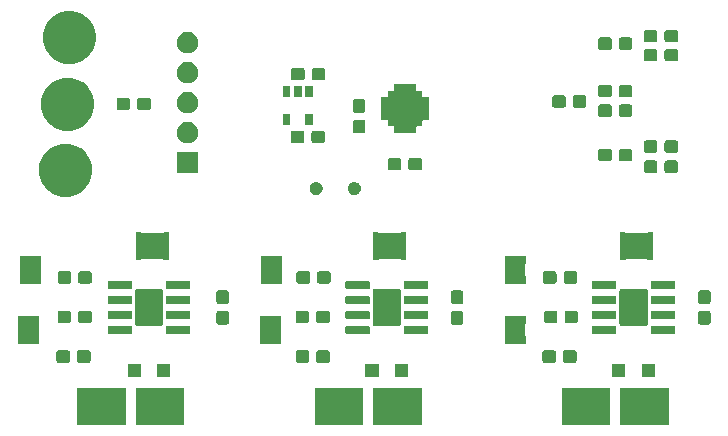
<source format=gts>
G04 #@! TF.GenerationSoftware,KiCad,Pcbnew,(5.1.5)-3*
G04 #@! TF.CreationDate,2020-05-09T18:25:29-04:00*
G04 #@! TF.ProjectId,motor_arm,6d6f746f-725f-4617-926d-2e6b69636164,rev?*
G04 #@! TF.SameCoordinates,Original*
G04 #@! TF.FileFunction,Soldermask,Top*
G04 #@! TF.FilePolarity,Negative*
%FSLAX46Y46*%
G04 Gerber Fmt 4.6, Leading zero omitted, Abs format (unit mm)*
G04 Created by KiCad (PCBNEW (5.1.5)-3) date 2020-05-09 18:25:29*
%MOMM*%
%LPD*%
G04 APERTURE LIST*
%ADD10C,0.100000*%
G04 APERTURE END LIST*
D10*
G36*
X78126001Y-93401000D02*
G01*
X74024001Y-93401000D01*
X74024001Y-90299000D01*
X78126001Y-90299000D01*
X78126001Y-93401000D01*
G37*
G36*
X94051000Y-93401000D02*
G01*
X89949000Y-93401000D01*
X89949000Y-90299000D01*
X94051000Y-90299000D01*
X94051000Y-93401000D01*
G37*
G36*
X53051000Y-93401000D02*
G01*
X48949000Y-93401000D01*
X48949000Y-90299000D01*
X53051000Y-90299000D01*
X53051000Y-93401000D01*
G37*
G36*
X73151000Y-93401000D02*
G01*
X69049000Y-93401000D01*
X69049000Y-90299000D01*
X73151000Y-90299000D01*
X73151000Y-93401000D01*
G37*
G36*
X58006001Y-93401000D02*
G01*
X53904001Y-93401000D01*
X53904001Y-90299000D01*
X58006001Y-90299000D01*
X58006001Y-93401000D01*
G37*
G36*
X99026001Y-93401000D02*
G01*
X94924001Y-93401000D01*
X94924001Y-90299000D01*
X99026001Y-90299000D01*
X99026001Y-93401000D01*
G37*
G36*
X56831000Y-89351000D02*
G01*
X55729000Y-89351000D01*
X55729000Y-88249000D01*
X56831000Y-88249000D01*
X56831000Y-89351000D01*
G37*
G36*
X74451000Y-89351000D02*
G01*
X73349000Y-89351000D01*
X73349000Y-88249000D01*
X74451000Y-88249000D01*
X74451000Y-89351000D01*
G37*
G36*
X76951000Y-89351000D02*
G01*
X75849000Y-89351000D01*
X75849000Y-88249000D01*
X76951000Y-88249000D01*
X76951000Y-89351000D01*
G37*
G36*
X95351000Y-89351000D02*
G01*
X94249000Y-89351000D01*
X94249000Y-88249000D01*
X95351000Y-88249000D01*
X95351000Y-89351000D01*
G37*
G36*
X97851000Y-89351000D02*
G01*
X96749000Y-89351000D01*
X96749000Y-88249000D01*
X97851000Y-88249000D01*
X97851000Y-89351000D01*
G37*
G36*
X54331000Y-89351000D02*
G01*
X53229000Y-89351000D01*
X53229000Y-88249000D01*
X54331000Y-88249000D01*
X54331000Y-89351000D01*
G37*
G36*
X89314499Y-87078445D02*
G01*
X89351995Y-87089820D01*
X89386554Y-87108292D01*
X89416847Y-87133153D01*
X89441708Y-87163446D01*
X89460180Y-87198005D01*
X89471555Y-87235501D01*
X89476000Y-87280638D01*
X89476000Y-87919362D01*
X89471555Y-87964499D01*
X89460180Y-88001995D01*
X89441708Y-88036554D01*
X89416847Y-88066847D01*
X89386554Y-88091708D01*
X89351995Y-88110180D01*
X89314499Y-88121555D01*
X89269362Y-88126000D01*
X88530638Y-88126000D01*
X88485501Y-88121555D01*
X88448005Y-88110180D01*
X88413446Y-88091708D01*
X88383153Y-88066847D01*
X88358292Y-88036554D01*
X88339820Y-88001995D01*
X88328445Y-87964499D01*
X88324000Y-87919362D01*
X88324000Y-87280638D01*
X88328445Y-87235501D01*
X88339820Y-87198005D01*
X88358292Y-87163446D01*
X88383153Y-87133153D01*
X88413446Y-87108292D01*
X88448005Y-87089820D01*
X88485501Y-87078445D01*
X88530638Y-87074000D01*
X89269362Y-87074000D01*
X89314499Y-87078445D01*
G37*
G36*
X91064499Y-87078445D02*
G01*
X91101995Y-87089820D01*
X91136554Y-87108292D01*
X91166847Y-87133153D01*
X91191708Y-87163446D01*
X91210180Y-87198005D01*
X91221555Y-87235501D01*
X91226000Y-87280638D01*
X91226000Y-87919362D01*
X91221555Y-87964499D01*
X91210180Y-88001995D01*
X91191708Y-88036554D01*
X91166847Y-88066847D01*
X91136554Y-88091708D01*
X91101995Y-88110180D01*
X91064499Y-88121555D01*
X91019362Y-88126000D01*
X90280638Y-88126000D01*
X90235501Y-88121555D01*
X90198005Y-88110180D01*
X90163446Y-88091708D01*
X90133153Y-88066847D01*
X90108292Y-88036554D01*
X90089820Y-88001995D01*
X90078445Y-87964499D01*
X90074000Y-87919362D01*
X90074000Y-87280638D01*
X90078445Y-87235501D01*
X90089820Y-87198005D01*
X90108292Y-87163446D01*
X90133153Y-87133153D01*
X90163446Y-87108292D01*
X90198005Y-87089820D01*
X90235501Y-87078445D01*
X90280638Y-87074000D01*
X91019362Y-87074000D01*
X91064499Y-87078445D01*
G37*
G36*
X68414499Y-87078445D02*
G01*
X68451995Y-87089820D01*
X68486554Y-87108292D01*
X68516847Y-87133153D01*
X68541708Y-87163446D01*
X68560180Y-87198005D01*
X68571555Y-87235501D01*
X68576000Y-87280638D01*
X68576000Y-87919362D01*
X68571555Y-87964499D01*
X68560180Y-88001995D01*
X68541708Y-88036554D01*
X68516847Y-88066847D01*
X68486554Y-88091708D01*
X68451995Y-88110180D01*
X68414499Y-88121555D01*
X68369362Y-88126000D01*
X67630638Y-88126000D01*
X67585501Y-88121555D01*
X67548005Y-88110180D01*
X67513446Y-88091708D01*
X67483153Y-88066847D01*
X67458292Y-88036554D01*
X67439820Y-88001995D01*
X67428445Y-87964499D01*
X67424000Y-87919362D01*
X67424000Y-87280638D01*
X67428445Y-87235501D01*
X67439820Y-87198005D01*
X67458292Y-87163446D01*
X67483153Y-87133153D01*
X67513446Y-87108292D01*
X67548005Y-87089820D01*
X67585501Y-87078445D01*
X67630638Y-87074000D01*
X68369362Y-87074000D01*
X68414499Y-87078445D01*
G37*
G36*
X70164499Y-87078445D02*
G01*
X70201995Y-87089820D01*
X70236554Y-87108292D01*
X70266847Y-87133153D01*
X70291708Y-87163446D01*
X70310180Y-87198005D01*
X70321555Y-87235501D01*
X70326000Y-87280638D01*
X70326000Y-87919362D01*
X70321555Y-87964499D01*
X70310180Y-88001995D01*
X70291708Y-88036554D01*
X70266847Y-88066847D01*
X70236554Y-88091708D01*
X70201995Y-88110180D01*
X70164499Y-88121555D01*
X70119362Y-88126000D01*
X69380638Y-88126000D01*
X69335501Y-88121555D01*
X69298005Y-88110180D01*
X69263446Y-88091708D01*
X69233153Y-88066847D01*
X69208292Y-88036554D01*
X69189820Y-88001995D01*
X69178445Y-87964499D01*
X69174000Y-87919362D01*
X69174000Y-87280638D01*
X69178445Y-87235501D01*
X69189820Y-87198005D01*
X69208292Y-87163446D01*
X69233153Y-87133153D01*
X69263446Y-87108292D01*
X69298005Y-87089820D01*
X69335501Y-87078445D01*
X69380638Y-87074000D01*
X70119362Y-87074000D01*
X70164499Y-87078445D01*
G37*
G36*
X48164499Y-87078445D02*
G01*
X48201995Y-87089820D01*
X48236554Y-87108292D01*
X48266847Y-87133153D01*
X48291708Y-87163446D01*
X48310180Y-87198005D01*
X48321555Y-87235501D01*
X48326000Y-87280638D01*
X48326000Y-87919362D01*
X48321555Y-87964499D01*
X48310180Y-88001995D01*
X48291708Y-88036554D01*
X48266847Y-88066847D01*
X48236554Y-88091708D01*
X48201995Y-88110180D01*
X48164499Y-88121555D01*
X48119362Y-88126000D01*
X47380638Y-88126000D01*
X47335501Y-88121555D01*
X47298005Y-88110180D01*
X47263446Y-88091708D01*
X47233153Y-88066847D01*
X47208292Y-88036554D01*
X47189820Y-88001995D01*
X47178445Y-87964499D01*
X47174000Y-87919362D01*
X47174000Y-87280638D01*
X47178445Y-87235501D01*
X47189820Y-87198005D01*
X47208292Y-87163446D01*
X47233153Y-87133153D01*
X47263446Y-87108292D01*
X47298005Y-87089820D01*
X47335501Y-87078445D01*
X47380638Y-87074000D01*
X48119362Y-87074000D01*
X48164499Y-87078445D01*
G37*
G36*
X49914499Y-87078445D02*
G01*
X49951995Y-87089820D01*
X49986554Y-87108292D01*
X50016847Y-87133153D01*
X50041708Y-87163446D01*
X50060180Y-87198005D01*
X50071555Y-87235501D01*
X50076000Y-87280638D01*
X50076000Y-87919362D01*
X50071555Y-87964499D01*
X50060180Y-88001995D01*
X50041708Y-88036554D01*
X50016847Y-88066847D01*
X49986554Y-88091708D01*
X49951995Y-88110180D01*
X49914499Y-88121555D01*
X49869362Y-88126000D01*
X49130638Y-88126000D01*
X49085501Y-88121555D01*
X49048005Y-88110180D01*
X49013446Y-88091708D01*
X48983153Y-88066847D01*
X48958292Y-88036554D01*
X48939820Y-88001995D01*
X48928445Y-87964499D01*
X48924000Y-87919362D01*
X48924000Y-87280638D01*
X48928445Y-87235501D01*
X48939820Y-87198005D01*
X48958292Y-87163446D01*
X48983153Y-87133153D01*
X49013446Y-87108292D01*
X49048005Y-87089820D01*
X49085501Y-87078445D01*
X49130638Y-87074000D01*
X49869362Y-87074000D01*
X49914499Y-87078445D01*
G37*
G36*
X86951000Y-84771025D02*
G01*
X86949053Y-84772066D01*
X86930111Y-84787611D01*
X86914566Y-84806553D01*
X86903015Y-84828164D01*
X86895902Y-84851613D01*
X86893500Y-84875999D01*
X86893500Y-85824001D01*
X86895902Y-85848387D01*
X86903015Y-85871836D01*
X86914566Y-85893447D01*
X86930111Y-85912389D01*
X86949053Y-85927934D01*
X86951000Y-85928975D01*
X86951000Y-86551000D01*
X85149000Y-86551000D01*
X85149000Y-84149000D01*
X86951000Y-84149000D01*
X86951000Y-84771025D01*
G37*
G36*
X66226000Y-84771025D02*
G01*
X66224053Y-84772066D01*
X66205111Y-84787611D01*
X66189566Y-84806553D01*
X66178015Y-84828164D01*
X66170902Y-84851613D01*
X66168500Y-84875999D01*
X66168500Y-85824001D01*
X66170902Y-85848387D01*
X66178015Y-85871836D01*
X66189566Y-85893447D01*
X66205111Y-85912389D01*
X66224053Y-85927934D01*
X66226000Y-85928975D01*
X66226000Y-86551000D01*
X64424000Y-86551000D01*
X64424000Y-84149000D01*
X66226000Y-84149000D01*
X66226000Y-84771025D01*
G37*
G36*
X45726000Y-84771025D02*
G01*
X45724053Y-84772066D01*
X45705111Y-84787611D01*
X45689566Y-84806553D01*
X45678015Y-84828164D01*
X45670902Y-84851613D01*
X45668500Y-84875999D01*
X45668500Y-85824001D01*
X45670902Y-85848387D01*
X45678015Y-85871836D01*
X45689566Y-85893447D01*
X45705111Y-85912389D01*
X45724053Y-85927934D01*
X45726000Y-85928975D01*
X45726000Y-86551000D01*
X43924000Y-86551000D01*
X43924000Y-84149000D01*
X45726000Y-84149000D01*
X45726000Y-84771025D01*
G37*
G36*
X73609928Y-85006764D02*
G01*
X73631009Y-85013160D01*
X73650445Y-85023548D01*
X73667476Y-85037524D01*
X73681452Y-85054555D01*
X73691840Y-85073991D01*
X73698236Y-85095072D01*
X73701000Y-85123140D01*
X73701000Y-85586860D01*
X73698236Y-85614928D01*
X73691840Y-85636009D01*
X73681452Y-85655445D01*
X73667476Y-85672476D01*
X73650445Y-85686452D01*
X73631009Y-85696840D01*
X73609928Y-85703236D01*
X73581860Y-85706000D01*
X71768140Y-85706000D01*
X71740072Y-85703236D01*
X71718991Y-85696840D01*
X71699555Y-85686452D01*
X71682524Y-85672476D01*
X71668548Y-85655445D01*
X71658160Y-85636009D01*
X71651764Y-85614928D01*
X71649000Y-85586860D01*
X71649000Y-85123140D01*
X71651764Y-85095072D01*
X71658160Y-85073991D01*
X71668548Y-85054555D01*
X71682524Y-85037524D01*
X71699555Y-85023548D01*
X71718991Y-85013160D01*
X71740072Y-85006764D01*
X71768140Y-85004000D01*
X73581860Y-85004000D01*
X73609928Y-85006764D01*
G37*
G36*
X78559928Y-85006764D02*
G01*
X78581009Y-85013160D01*
X78600445Y-85023548D01*
X78617476Y-85037524D01*
X78631452Y-85054555D01*
X78641840Y-85073991D01*
X78648236Y-85095072D01*
X78651000Y-85123140D01*
X78651000Y-85586860D01*
X78648236Y-85614928D01*
X78641840Y-85636009D01*
X78631452Y-85655445D01*
X78617476Y-85672476D01*
X78600445Y-85686452D01*
X78581009Y-85696840D01*
X78559928Y-85703236D01*
X78531860Y-85706000D01*
X76718140Y-85706000D01*
X76690072Y-85703236D01*
X76668991Y-85696840D01*
X76649555Y-85686452D01*
X76632524Y-85672476D01*
X76618548Y-85655445D01*
X76608160Y-85636009D01*
X76601764Y-85614928D01*
X76599000Y-85586860D01*
X76599000Y-85123140D01*
X76601764Y-85095072D01*
X76608160Y-85073991D01*
X76618548Y-85054555D01*
X76632524Y-85037524D01*
X76649555Y-85023548D01*
X76668991Y-85013160D01*
X76690072Y-85006764D01*
X76718140Y-85004000D01*
X78531860Y-85004000D01*
X78559928Y-85006764D01*
G37*
G36*
X53489928Y-85006764D02*
G01*
X53511009Y-85013160D01*
X53530445Y-85023548D01*
X53547476Y-85037524D01*
X53561452Y-85054555D01*
X53571840Y-85073991D01*
X53578236Y-85095072D01*
X53581000Y-85123140D01*
X53581000Y-85586860D01*
X53578236Y-85614928D01*
X53571840Y-85636009D01*
X53561452Y-85655445D01*
X53547476Y-85672476D01*
X53530445Y-85686452D01*
X53511009Y-85696840D01*
X53489928Y-85703236D01*
X53461860Y-85706000D01*
X51648140Y-85706000D01*
X51620072Y-85703236D01*
X51598991Y-85696840D01*
X51579555Y-85686452D01*
X51562524Y-85672476D01*
X51548548Y-85655445D01*
X51538160Y-85636009D01*
X51531764Y-85614928D01*
X51529000Y-85586860D01*
X51529000Y-85123140D01*
X51531764Y-85095072D01*
X51538160Y-85073991D01*
X51548548Y-85054555D01*
X51562524Y-85037524D01*
X51579555Y-85023548D01*
X51598991Y-85013160D01*
X51620072Y-85006764D01*
X51648140Y-85004000D01*
X53461860Y-85004000D01*
X53489928Y-85006764D01*
G37*
G36*
X58439928Y-85006764D02*
G01*
X58461009Y-85013160D01*
X58480445Y-85023548D01*
X58497476Y-85037524D01*
X58511452Y-85054555D01*
X58521840Y-85073991D01*
X58528236Y-85095072D01*
X58531000Y-85123140D01*
X58531000Y-85586860D01*
X58528236Y-85614928D01*
X58521840Y-85636009D01*
X58511452Y-85655445D01*
X58497476Y-85672476D01*
X58480445Y-85686452D01*
X58461009Y-85696840D01*
X58439928Y-85703236D01*
X58411860Y-85706000D01*
X56598140Y-85706000D01*
X56570072Y-85703236D01*
X56548991Y-85696840D01*
X56529555Y-85686452D01*
X56512524Y-85672476D01*
X56498548Y-85655445D01*
X56488160Y-85636009D01*
X56481764Y-85614928D01*
X56479000Y-85586860D01*
X56479000Y-85123140D01*
X56481764Y-85095072D01*
X56488160Y-85073991D01*
X56498548Y-85054555D01*
X56512524Y-85037524D01*
X56529555Y-85023548D01*
X56548991Y-85013160D01*
X56570072Y-85006764D01*
X56598140Y-85004000D01*
X58411860Y-85004000D01*
X58439928Y-85006764D01*
G37*
G36*
X99459928Y-85006764D02*
G01*
X99481009Y-85013160D01*
X99500445Y-85023548D01*
X99517476Y-85037524D01*
X99531452Y-85054555D01*
X99541840Y-85073991D01*
X99548236Y-85095072D01*
X99551000Y-85123140D01*
X99551000Y-85586860D01*
X99548236Y-85614928D01*
X99541840Y-85636009D01*
X99531452Y-85655445D01*
X99517476Y-85672476D01*
X99500445Y-85686452D01*
X99481009Y-85696840D01*
X99459928Y-85703236D01*
X99431860Y-85706000D01*
X97618140Y-85706000D01*
X97590072Y-85703236D01*
X97568991Y-85696840D01*
X97549555Y-85686452D01*
X97532524Y-85672476D01*
X97518548Y-85655445D01*
X97508160Y-85636009D01*
X97501764Y-85614928D01*
X97499000Y-85586860D01*
X97499000Y-85123140D01*
X97501764Y-85095072D01*
X97508160Y-85073991D01*
X97518548Y-85054555D01*
X97532524Y-85037524D01*
X97549555Y-85023548D01*
X97568991Y-85013160D01*
X97590072Y-85006764D01*
X97618140Y-85004000D01*
X99431860Y-85004000D01*
X99459928Y-85006764D01*
G37*
G36*
X94509928Y-85006764D02*
G01*
X94531009Y-85013160D01*
X94550445Y-85023548D01*
X94567476Y-85037524D01*
X94581452Y-85054555D01*
X94591840Y-85073991D01*
X94598236Y-85095072D01*
X94601000Y-85123140D01*
X94601000Y-85586860D01*
X94598236Y-85614928D01*
X94591840Y-85636009D01*
X94581452Y-85655445D01*
X94567476Y-85672476D01*
X94550445Y-85686452D01*
X94531009Y-85696840D01*
X94509928Y-85703236D01*
X94481860Y-85706000D01*
X92668140Y-85706000D01*
X92640072Y-85703236D01*
X92618991Y-85696840D01*
X92599555Y-85686452D01*
X92582524Y-85672476D01*
X92568548Y-85655445D01*
X92558160Y-85636009D01*
X92551764Y-85614928D01*
X92549000Y-85586860D01*
X92549000Y-85123140D01*
X92551764Y-85095072D01*
X92558160Y-85073991D01*
X92568548Y-85054555D01*
X92582524Y-85037524D01*
X92599555Y-85023548D01*
X92618991Y-85013160D01*
X92640072Y-85006764D01*
X92668140Y-85004000D01*
X94481860Y-85004000D01*
X94509928Y-85006764D01*
G37*
G36*
X76214336Y-81902733D02*
G01*
X76244883Y-81911999D01*
X76273033Y-81927046D01*
X76297706Y-81947294D01*
X76317954Y-81971967D01*
X76333001Y-82000117D01*
X76342267Y-82030664D01*
X76346000Y-82068567D01*
X76346000Y-84831433D01*
X76342267Y-84869336D01*
X76333001Y-84899883D01*
X76317954Y-84928033D01*
X76297706Y-84952706D01*
X76273033Y-84972954D01*
X76244883Y-84988001D01*
X76214336Y-84997267D01*
X76176433Y-85001000D01*
X74123567Y-85001000D01*
X74085664Y-84997267D01*
X74055117Y-84988001D01*
X74026967Y-84972954D01*
X74002294Y-84952706D01*
X73982046Y-84928033D01*
X73966999Y-84899883D01*
X73957733Y-84869336D01*
X73954000Y-84831433D01*
X73954000Y-82068567D01*
X73957733Y-82030664D01*
X73966999Y-82000117D01*
X73982046Y-81971967D01*
X74002294Y-81947294D01*
X74026967Y-81927046D01*
X74055117Y-81911999D01*
X74085664Y-81902733D01*
X74123567Y-81899000D01*
X76176433Y-81899000D01*
X76214336Y-81902733D01*
G37*
G36*
X97114336Y-81902733D02*
G01*
X97144883Y-81911999D01*
X97173033Y-81927046D01*
X97197706Y-81947294D01*
X97217954Y-81971967D01*
X97233001Y-82000117D01*
X97242267Y-82030664D01*
X97246000Y-82068567D01*
X97246000Y-84831433D01*
X97242267Y-84869336D01*
X97233001Y-84899883D01*
X97217954Y-84928033D01*
X97197706Y-84952706D01*
X97173033Y-84972954D01*
X97144883Y-84988001D01*
X97114336Y-84997267D01*
X97076433Y-85001000D01*
X95023567Y-85001000D01*
X94985664Y-84997267D01*
X94955117Y-84988001D01*
X94926967Y-84972954D01*
X94902294Y-84952706D01*
X94882046Y-84928033D01*
X94866999Y-84899883D01*
X94857733Y-84869336D01*
X94854000Y-84831433D01*
X94854000Y-82068567D01*
X94857733Y-82030664D01*
X94866999Y-82000117D01*
X94882046Y-81971967D01*
X94902294Y-81947294D01*
X94926967Y-81927046D01*
X94955117Y-81911999D01*
X94985664Y-81902733D01*
X95023567Y-81899000D01*
X97076433Y-81899000D01*
X97114336Y-81902733D01*
G37*
G36*
X56094336Y-81902733D02*
G01*
X56124883Y-81911999D01*
X56153033Y-81927046D01*
X56177706Y-81947294D01*
X56197954Y-81971967D01*
X56213001Y-82000117D01*
X56222267Y-82030664D01*
X56226000Y-82068567D01*
X56226000Y-84831433D01*
X56222267Y-84869336D01*
X56213001Y-84899883D01*
X56197954Y-84928033D01*
X56177706Y-84952706D01*
X56153033Y-84972954D01*
X56124883Y-84988001D01*
X56094336Y-84997267D01*
X56056433Y-85001000D01*
X54003567Y-85001000D01*
X53965664Y-84997267D01*
X53935117Y-84988001D01*
X53906967Y-84972954D01*
X53882294Y-84952706D01*
X53862046Y-84928033D01*
X53846999Y-84899883D01*
X53837733Y-84869336D01*
X53834000Y-84831433D01*
X53834000Y-82068567D01*
X53837733Y-82030664D01*
X53846999Y-82000117D01*
X53862046Y-81971967D01*
X53882294Y-81947294D01*
X53906967Y-81927046D01*
X53935117Y-81911999D01*
X53965664Y-81902733D01*
X54003567Y-81899000D01*
X56056433Y-81899000D01*
X56094336Y-81902733D01*
G37*
G36*
X61614499Y-83753445D02*
G01*
X61651995Y-83764820D01*
X61686554Y-83783292D01*
X61716847Y-83808153D01*
X61741708Y-83838446D01*
X61760180Y-83873005D01*
X61771555Y-83910501D01*
X61776000Y-83955638D01*
X61776000Y-84694362D01*
X61771555Y-84739499D01*
X61760180Y-84776995D01*
X61741708Y-84811554D01*
X61716847Y-84841847D01*
X61686554Y-84866708D01*
X61651995Y-84885180D01*
X61614499Y-84896555D01*
X61569362Y-84901000D01*
X60930638Y-84901000D01*
X60885501Y-84896555D01*
X60848005Y-84885180D01*
X60813446Y-84866708D01*
X60783153Y-84841847D01*
X60758292Y-84811554D01*
X60739820Y-84776995D01*
X60728445Y-84739499D01*
X60724000Y-84694362D01*
X60724000Y-83955638D01*
X60728445Y-83910501D01*
X60739820Y-83873005D01*
X60758292Y-83838446D01*
X60783153Y-83808153D01*
X60813446Y-83783292D01*
X60848005Y-83764820D01*
X60885501Y-83753445D01*
X60930638Y-83749000D01*
X61569362Y-83749000D01*
X61614499Y-83753445D01*
G37*
G36*
X102414499Y-83753445D02*
G01*
X102451995Y-83764820D01*
X102486554Y-83783292D01*
X102516847Y-83808153D01*
X102541708Y-83838446D01*
X102560180Y-83873005D01*
X102571555Y-83910501D01*
X102576000Y-83955638D01*
X102576000Y-84694362D01*
X102571555Y-84739499D01*
X102560180Y-84776995D01*
X102541708Y-84811554D01*
X102516847Y-84841847D01*
X102486554Y-84866708D01*
X102451995Y-84885180D01*
X102414499Y-84896555D01*
X102369362Y-84901000D01*
X101730638Y-84901000D01*
X101685501Y-84896555D01*
X101648005Y-84885180D01*
X101613446Y-84866708D01*
X101583153Y-84841847D01*
X101558292Y-84811554D01*
X101539820Y-84776995D01*
X101528445Y-84739499D01*
X101524000Y-84694362D01*
X101524000Y-83955638D01*
X101528445Y-83910501D01*
X101539820Y-83873005D01*
X101558292Y-83838446D01*
X101583153Y-83808153D01*
X101613446Y-83783292D01*
X101648005Y-83764820D01*
X101685501Y-83753445D01*
X101730638Y-83749000D01*
X102369362Y-83749000D01*
X102414499Y-83753445D01*
G37*
G36*
X81464499Y-83753445D02*
G01*
X81501995Y-83764820D01*
X81536554Y-83783292D01*
X81566847Y-83808153D01*
X81591708Y-83838446D01*
X81610180Y-83873005D01*
X81621555Y-83910501D01*
X81626000Y-83955638D01*
X81626000Y-84694362D01*
X81621555Y-84739499D01*
X81610180Y-84776995D01*
X81591708Y-84811554D01*
X81566847Y-84841847D01*
X81536554Y-84866708D01*
X81501995Y-84885180D01*
X81464499Y-84896555D01*
X81419362Y-84901000D01*
X80780638Y-84901000D01*
X80735501Y-84896555D01*
X80698005Y-84885180D01*
X80663446Y-84866708D01*
X80633153Y-84841847D01*
X80608292Y-84811554D01*
X80589820Y-84776995D01*
X80578445Y-84739499D01*
X80574000Y-84694362D01*
X80574000Y-83955638D01*
X80578445Y-83910501D01*
X80589820Y-83873005D01*
X80608292Y-83838446D01*
X80633153Y-83808153D01*
X80663446Y-83783292D01*
X80698005Y-83764820D01*
X80735501Y-83753445D01*
X80780638Y-83749000D01*
X81419362Y-83749000D01*
X81464499Y-83753445D01*
G37*
G36*
X70164499Y-83728445D02*
G01*
X70201995Y-83739820D01*
X70236554Y-83758292D01*
X70266847Y-83783153D01*
X70291708Y-83813446D01*
X70310180Y-83848005D01*
X70321555Y-83885501D01*
X70326000Y-83930638D01*
X70326000Y-84569362D01*
X70321555Y-84614499D01*
X70310180Y-84651995D01*
X70291708Y-84686554D01*
X70266847Y-84716847D01*
X70236554Y-84741708D01*
X70201995Y-84760180D01*
X70164499Y-84771555D01*
X70119362Y-84776000D01*
X69380638Y-84776000D01*
X69335501Y-84771555D01*
X69298005Y-84760180D01*
X69263446Y-84741708D01*
X69233153Y-84716847D01*
X69208292Y-84686554D01*
X69189820Y-84651995D01*
X69178445Y-84614499D01*
X69174000Y-84569362D01*
X69174000Y-83930638D01*
X69178445Y-83885501D01*
X69189820Y-83848005D01*
X69208292Y-83813446D01*
X69233153Y-83783153D01*
X69263446Y-83758292D01*
X69298005Y-83739820D01*
X69335501Y-83728445D01*
X69380638Y-83724000D01*
X70119362Y-83724000D01*
X70164499Y-83728445D01*
G37*
G36*
X68414499Y-83728445D02*
G01*
X68451995Y-83739820D01*
X68486554Y-83758292D01*
X68516847Y-83783153D01*
X68541708Y-83813446D01*
X68560180Y-83848005D01*
X68571555Y-83885501D01*
X68576000Y-83930638D01*
X68576000Y-84569362D01*
X68571555Y-84614499D01*
X68560180Y-84651995D01*
X68541708Y-84686554D01*
X68516847Y-84716847D01*
X68486554Y-84741708D01*
X68451995Y-84760180D01*
X68414499Y-84771555D01*
X68369362Y-84776000D01*
X67630638Y-84776000D01*
X67585501Y-84771555D01*
X67548005Y-84760180D01*
X67513446Y-84741708D01*
X67483153Y-84716847D01*
X67458292Y-84686554D01*
X67439820Y-84651995D01*
X67428445Y-84614499D01*
X67424000Y-84569362D01*
X67424000Y-83930638D01*
X67428445Y-83885501D01*
X67439820Y-83848005D01*
X67458292Y-83813446D01*
X67483153Y-83783153D01*
X67513446Y-83758292D01*
X67548005Y-83739820D01*
X67585501Y-83728445D01*
X67630638Y-83724000D01*
X68369362Y-83724000D01*
X68414499Y-83728445D01*
G37*
G36*
X91189499Y-83728445D02*
G01*
X91226995Y-83739820D01*
X91261554Y-83758292D01*
X91291847Y-83783153D01*
X91316708Y-83813446D01*
X91335180Y-83848005D01*
X91346555Y-83885501D01*
X91351000Y-83930638D01*
X91351000Y-84569362D01*
X91346555Y-84614499D01*
X91335180Y-84651995D01*
X91316708Y-84686554D01*
X91291847Y-84716847D01*
X91261554Y-84741708D01*
X91226995Y-84760180D01*
X91189499Y-84771555D01*
X91144362Y-84776000D01*
X90405638Y-84776000D01*
X90360501Y-84771555D01*
X90323005Y-84760180D01*
X90288446Y-84741708D01*
X90258153Y-84716847D01*
X90233292Y-84686554D01*
X90214820Y-84651995D01*
X90203445Y-84614499D01*
X90199000Y-84569362D01*
X90199000Y-83930638D01*
X90203445Y-83885501D01*
X90214820Y-83848005D01*
X90233292Y-83813446D01*
X90258153Y-83783153D01*
X90288446Y-83758292D01*
X90323005Y-83739820D01*
X90360501Y-83728445D01*
X90405638Y-83724000D01*
X91144362Y-83724000D01*
X91189499Y-83728445D01*
G37*
G36*
X48264499Y-83728445D02*
G01*
X48301995Y-83739820D01*
X48336554Y-83758292D01*
X48366847Y-83783153D01*
X48391708Y-83813446D01*
X48410180Y-83848005D01*
X48421555Y-83885501D01*
X48426000Y-83930638D01*
X48426000Y-84569362D01*
X48421555Y-84614499D01*
X48410180Y-84651995D01*
X48391708Y-84686554D01*
X48366847Y-84716847D01*
X48336554Y-84741708D01*
X48301995Y-84760180D01*
X48264499Y-84771555D01*
X48219362Y-84776000D01*
X47480638Y-84776000D01*
X47435501Y-84771555D01*
X47398005Y-84760180D01*
X47363446Y-84741708D01*
X47333153Y-84716847D01*
X47308292Y-84686554D01*
X47289820Y-84651995D01*
X47278445Y-84614499D01*
X47274000Y-84569362D01*
X47274000Y-83930638D01*
X47278445Y-83885501D01*
X47289820Y-83848005D01*
X47308292Y-83813446D01*
X47333153Y-83783153D01*
X47363446Y-83758292D01*
X47398005Y-83739820D01*
X47435501Y-83728445D01*
X47480638Y-83724000D01*
X48219362Y-83724000D01*
X48264499Y-83728445D01*
G37*
G36*
X50014499Y-83728445D02*
G01*
X50051995Y-83739820D01*
X50086554Y-83758292D01*
X50116847Y-83783153D01*
X50141708Y-83813446D01*
X50160180Y-83848005D01*
X50171555Y-83885501D01*
X50176000Y-83930638D01*
X50176000Y-84569362D01*
X50171555Y-84614499D01*
X50160180Y-84651995D01*
X50141708Y-84686554D01*
X50116847Y-84716847D01*
X50086554Y-84741708D01*
X50051995Y-84760180D01*
X50014499Y-84771555D01*
X49969362Y-84776000D01*
X49230638Y-84776000D01*
X49185501Y-84771555D01*
X49148005Y-84760180D01*
X49113446Y-84741708D01*
X49083153Y-84716847D01*
X49058292Y-84686554D01*
X49039820Y-84651995D01*
X49028445Y-84614499D01*
X49024000Y-84569362D01*
X49024000Y-83930638D01*
X49028445Y-83885501D01*
X49039820Y-83848005D01*
X49058292Y-83813446D01*
X49083153Y-83783153D01*
X49113446Y-83758292D01*
X49148005Y-83739820D01*
X49185501Y-83728445D01*
X49230638Y-83724000D01*
X49969362Y-83724000D01*
X50014499Y-83728445D01*
G37*
G36*
X89439499Y-83728445D02*
G01*
X89476995Y-83739820D01*
X89511554Y-83758292D01*
X89541847Y-83783153D01*
X89566708Y-83813446D01*
X89585180Y-83848005D01*
X89596555Y-83885501D01*
X89601000Y-83930638D01*
X89601000Y-84569362D01*
X89596555Y-84614499D01*
X89585180Y-84651995D01*
X89566708Y-84686554D01*
X89541847Y-84716847D01*
X89511554Y-84741708D01*
X89476995Y-84760180D01*
X89439499Y-84771555D01*
X89394362Y-84776000D01*
X88655638Y-84776000D01*
X88610501Y-84771555D01*
X88573005Y-84760180D01*
X88538446Y-84741708D01*
X88508153Y-84716847D01*
X88483292Y-84686554D01*
X88464820Y-84651995D01*
X88453445Y-84614499D01*
X88449000Y-84569362D01*
X88449000Y-83930638D01*
X88453445Y-83885501D01*
X88464820Y-83848005D01*
X88483292Y-83813446D01*
X88508153Y-83783153D01*
X88538446Y-83758292D01*
X88573005Y-83739820D01*
X88610501Y-83728445D01*
X88655638Y-83724000D01*
X89394362Y-83724000D01*
X89439499Y-83728445D01*
G37*
G36*
X73609928Y-83736764D02*
G01*
X73631009Y-83743160D01*
X73650445Y-83753548D01*
X73667476Y-83767524D01*
X73681452Y-83784555D01*
X73691840Y-83803991D01*
X73698236Y-83825072D01*
X73701000Y-83853140D01*
X73701000Y-84316860D01*
X73698236Y-84344928D01*
X73691840Y-84366009D01*
X73681452Y-84385445D01*
X73667476Y-84402476D01*
X73650445Y-84416452D01*
X73631009Y-84426840D01*
X73609928Y-84433236D01*
X73581860Y-84436000D01*
X71768140Y-84436000D01*
X71740072Y-84433236D01*
X71718991Y-84426840D01*
X71699555Y-84416452D01*
X71682524Y-84402476D01*
X71668548Y-84385445D01*
X71658160Y-84366009D01*
X71651764Y-84344928D01*
X71649000Y-84316860D01*
X71649000Y-83853140D01*
X71651764Y-83825072D01*
X71658160Y-83803991D01*
X71668548Y-83784555D01*
X71682524Y-83767524D01*
X71699555Y-83753548D01*
X71718991Y-83743160D01*
X71740072Y-83736764D01*
X71768140Y-83734000D01*
X73581860Y-83734000D01*
X73609928Y-83736764D01*
G37*
G36*
X53489928Y-83736764D02*
G01*
X53511009Y-83743160D01*
X53530445Y-83753548D01*
X53547476Y-83767524D01*
X53561452Y-83784555D01*
X53571840Y-83803991D01*
X53578236Y-83825072D01*
X53581000Y-83853140D01*
X53581000Y-84316860D01*
X53578236Y-84344928D01*
X53571840Y-84366009D01*
X53561452Y-84385445D01*
X53547476Y-84402476D01*
X53530445Y-84416452D01*
X53511009Y-84426840D01*
X53489928Y-84433236D01*
X53461860Y-84436000D01*
X51648140Y-84436000D01*
X51620072Y-84433236D01*
X51598991Y-84426840D01*
X51579555Y-84416452D01*
X51562524Y-84402476D01*
X51548548Y-84385445D01*
X51538160Y-84366009D01*
X51531764Y-84344928D01*
X51529000Y-84316860D01*
X51529000Y-83853140D01*
X51531764Y-83825072D01*
X51538160Y-83803991D01*
X51548548Y-83784555D01*
X51562524Y-83767524D01*
X51579555Y-83753548D01*
X51598991Y-83743160D01*
X51620072Y-83736764D01*
X51648140Y-83734000D01*
X53461860Y-83734000D01*
X53489928Y-83736764D01*
G37*
G36*
X58439928Y-83736764D02*
G01*
X58461009Y-83743160D01*
X58480445Y-83753548D01*
X58497476Y-83767524D01*
X58511452Y-83784555D01*
X58521840Y-83803991D01*
X58528236Y-83825072D01*
X58531000Y-83853140D01*
X58531000Y-84316860D01*
X58528236Y-84344928D01*
X58521840Y-84366009D01*
X58511452Y-84385445D01*
X58497476Y-84402476D01*
X58480445Y-84416452D01*
X58461009Y-84426840D01*
X58439928Y-84433236D01*
X58411860Y-84436000D01*
X56598140Y-84436000D01*
X56570072Y-84433236D01*
X56548991Y-84426840D01*
X56529555Y-84416452D01*
X56512524Y-84402476D01*
X56498548Y-84385445D01*
X56488160Y-84366009D01*
X56481764Y-84344928D01*
X56479000Y-84316860D01*
X56479000Y-83853140D01*
X56481764Y-83825072D01*
X56488160Y-83803991D01*
X56498548Y-83784555D01*
X56512524Y-83767524D01*
X56529555Y-83753548D01*
X56548991Y-83743160D01*
X56570072Y-83736764D01*
X56598140Y-83734000D01*
X58411860Y-83734000D01*
X58439928Y-83736764D01*
G37*
G36*
X94509928Y-83736764D02*
G01*
X94531009Y-83743160D01*
X94550445Y-83753548D01*
X94567476Y-83767524D01*
X94581452Y-83784555D01*
X94591840Y-83803991D01*
X94598236Y-83825072D01*
X94601000Y-83853140D01*
X94601000Y-84316860D01*
X94598236Y-84344928D01*
X94591840Y-84366009D01*
X94581452Y-84385445D01*
X94567476Y-84402476D01*
X94550445Y-84416452D01*
X94531009Y-84426840D01*
X94509928Y-84433236D01*
X94481860Y-84436000D01*
X92668140Y-84436000D01*
X92640072Y-84433236D01*
X92618991Y-84426840D01*
X92599555Y-84416452D01*
X92582524Y-84402476D01*
X92568548Y-84385445D01*
X92558160Y-84366009D01*
X92551764Y-84344928D01*
X92549000Y-84316860D01*
X92549000Y-83853140D01*
X92551764Y-83825072D01*
X92558160Y-83803991D01*
X92568548Y-83784555D01*
X92582524Y-83767524D01*
X92599555Y-83753548D01*
X92618991Y-83743160D01*
X92640072Y-83736764D01*
X92668140Y-83734000D01*
X94481860Y-83734000D01*
X94509928Y-83736764D01*
G37*
G36*
X78559928Y-83736764D02*
G01*
X78581009Y-83743160D01*
X78600445Y-83753548D01*
X78617476Y-83767524D01*
X78631452Y-83784555D01*
X78641840Y-83803991D01*
X78648236Y-83825072D01*
X78651000Y-83853140D01*
X78651000Y-84316860D01*
X78648236Y-84344928D01*
X78641840Y-84366009D01*
X78631452Y-84385445D01*
X78617476Y-84402476D01*
X78600445Y-84416452D01*
X78581009Y-84426840D01*
X78559928Y-84433236D01*
X78531860Y-84436000D01*
X76718140Y-84436000D01*
X76690072Y-84433236D01*
X76668991Y-84426840D01*
X76649555Y-84416452D01*
X76632524Y-84402476D01*
X76618548Y-84385445D01*
X76608160Y-84366009D01*
X76601764Y-84344928D01*
X76599000Y-84316860D01*
X76599000Y-83853140D01*
X76601764Y-83825072D01*
X76608160Y-83803991D01*
X76618548Y-83784555D01*
X76632524Y-83767524D01*
X76649555Y-83753548D01*
X76668991Y-83743160D01*
X76690072Y-83736764D01*
X76718140Y-83734000D01*
X78531860Y-83734000D01*
X78559928Y-83736764D01*
G37*
G36*
X99459928Y-83736764D02*
G01*
X99481009Y-83743160D01*
X99500445Y-83753548D01*
X99517476Y-83767524D01*
X99531452Y-83784555D01*
X99541840Y-83803991D01*
X99548236Y-83825072D01*
X99551000Y-83853140D01*
X99551000Y-84316860D01*
X99548236Y-84344928D01*
X99541840Y-84366009D01*
X99531452Y-84385445D01*
X99517476Y-84402476D01*
X99500445Y-84416452D01*
X99481009Y-84426840D01*
X99459928Y-84433236D01*
X99431860Y-84436000D01*
X97618140Y-84436000D01*
X97590072Y-84433236D01*
X97568991Y-84426840D01*
X97549555Y-84416452D01*
X97532524Y-84402476D01*
X97518548Y-84385445D01*
X97508160Y-84366009D01*
X97501764Y-84344928D01*
X97499000Y-84316860D01*
X97499000Y-83853140D01*
X97501764Y-83825072D01*
X97508160Y-83803991D01*
X97518548Y-83784555D01*
X97532524Y-83767524D01*
X97549555Y-83753548D01*
X97568991Y-83743160D01*
X97590072Y-83736764D01*
X97618140Y-83734000D01*
X99431860Y-83734000D01*
X99459928Y-83736764D01*
G37*
G36*
X99459928Y-82466764D02*
G01*
X99481009Y-82473160D01*
X99500445Y-82483548D01*
X99517476Y-82497524D01*
X99531452Y-82514555D01*
X99541840Y-82533991D01*
X99548236Y-82555072D01*
X99551000Y-82583140D01*
X99551000Y-83046860D01*
X99548236Y-83074928D01*
X99541840Y-83096009D01*
X99531452Y-83115445D01*
X99517476Y-83132476D01*
X99500445Y-83146452D01*
X99481009Y-83156840D01*
X99459928Y-83163236D01*
X99431860Y-83166000D01*
X97618140Y-83166000D01*
X97590072Y-83163236D01*
X97568991Y-83156840D01*
X97549555Y-83146452D01*
X97532524Y-83132476D01*
X97518548Y-83115445D01*
X97508160Y-83096009D01*
X97501764Y-83074928D01*
X97499000Y-83046860D01*
X97499000Y-82583140D01*
X97501764Y-82555072D01*
X97508160Y-82533991D01*
X97518548Y-82514555D01*
X97532524Y-82497524D01*
X97549555Y-82483548D01*
X97568991Y-82473160D01*
X97590072Y-82466764D01*
X97618140Y-82464000D01*
X99431860Y-82464000D01*
X99459928Y-82466764D01*
G37*
G36*
X73609928Y-82466764D02*
G01*
X73631009Y-82473160D01*
X73650445Y-82483548D01*
X73667476Y-82497524D01*
X73681452Y-82514555D01*
X73691840Y-82533991D01*
X73698236Y-82555072D01*
X73701000Y-82583140D01*
X73701000Y-83046860D01*
X73698236Y-83074928D01*
X73691840Y-83096009D01*
X73681452Y-83115445D01*
X73667476Y-83132476D01*
X73650445Y-83146452D01*
X73631009Y-83156840D01*
X73609928Y-83163236D01*
X73581860Y-83166000D01*
X71768140Y-83166000D01*
X71740072Y-83163236D01*
X71718991Y-83156840D01*
X71699555Y-83146452D01*
X71682524Y-83132476D01*
X71668548Y-83115445D01*
X71658160Y-83096009D01*
X71651764Y-83074928D01*
X71649000Y-83046860D01*
X71649000Y-82583140D01*
X71651764Y-82555072D01*
X71658160Y-82533991D01*
X71668548Y-82514555D01*
X71682524Y-82497524D01*
X71699555Y-82483548D01*
X71718991Y-82473160D01*
X71740072Y-82466764D01*
X71768140Y-82464000D01*
X73581860Y-82464000D01*
X73609928Y-82466764D01*
G37*
G36*
X58439928Y-82466764D02*
G01*
X58461009Y-82473160D01*
X58480445Y-82483548D01*
X58497476Y-82497524D01*
X58511452Y-82514555D01*
X58521840Y-82533991D01*
X58528236Y-82555072D01*
X58531000Y-82583140D01*
X58531000Y-83046860D01*
X58528236Y-83074928D01*
X58521840Y-83096009D01*
X58511452Y-83115445D01*
X58497476Y-83132476D01*
X58480445Y-83146452D01*
X58461009Y-83156840D01*
X58439928Y-83163236D01*
X58411860Y-83166000D01*
X56598140Y-83166000D01*
X56570072Y-83163236D01*
X56548991Y-83156840D01*
X56529555Y-83146452D01*
X56512524Y-83132476D01*
X56498548Y-83115445D01*
X56488160Y-83096009D01*
X56481764Y-83074928D01*
X56479000Y-83046860D01*
X56479000Y-82583140D01*
X56481764Y-82555072D01*
X56488160Y-82533991D01*
X56498548Y-82514555D01*
X56512524Y-82497524D01*
X56529555Y-82483548D01*
X56548991Y-82473160D01*
X56570072Y-82466764D01*
X56598140Y-82464000D01*
X58411860Y-82464000D01*
X58439928Y-82466764D01*
G37*
G36*
X53489928Y-82466764D02*
G01*
X53511009Y-82473160D01*
X53530445Y-82483548D01*
X53547476Y-82497524D01*
X53561452Y-82514555D01*
X53571840Y-82533991D01*
X53578236Y-82555072D01*
X53581000Y-82583140D01*
X53581000Y-83046860D01*
X53578236Y-83074928D01*
X53571840Y-83096009D01*
X53561452Y-83115445D01*
X53547476Y-83132476D01*
X53530445Y-83146452D01*
X53511009Y-83156840D01*
X53489928Y-83163236D01*
X53461860Y-83166000D01*
X51648140Y-83166000D01*
X51620072Y-83163236D01*
X51598991Y-83156840D01*
X51579555Y-83146452D01*
X51562524Y-83132476D01*
X51548548Y-83115445D01*
X51538160Y-83096009D01*
X51531764Y-83074928D01*
X51529000Y-83046860D01*
X51529000Y-82583140D01*
X51531764Y-82555072D01*
X51538160Y-82533991D01*
X51548548Y-82514555D01*
X51562524Y-82497524D01*
X51579555Y-82483548D01*
X51598991Y-82473160D01*
X51620072Y-82466764D01*
X51648140Y-82464000D01*
X53461860Y-82464000D01*
X53489928Y-82466764D01*
G37*
G36*
X94509928Y-82466764D02*
G01*
X94531009Y-82473160D01*
X94550445Y-82483548D01*
X94567476Y-82497524D01*
X94581452Y-82514555D01*
X94591840Y-82533991D01*
X94598236Y-82555072D01*
X94601000Y-82583140D01*
X94601000Y-83046860D01*
X94598236Y-83074928D01*
X94591840Y-83096009D01*
X94581452Y-83115445D01*
X94567476Y-83132476D01*
X94550445Y-83146452D01*
X94531009Y-83156840D01*
X94509928Y-83163236D01*
X94481860Y-83166000D01*
X92668140Y-83166000D01*
X92640072Y-83163236D01*
X92618991Y-83156840D01*
X92599555Y-83146452D01*
X92582524Y-83132476D01*
X92568548Y-83115445D01*
X92558160Y-83096009D01*
X92551764Y-83074928D01*
X92549000Y-83046860D01*
X92549000Y-82583140D01*
X92551764Y-82555072D01*
X92558160Y-82533991D01*
X92568548Y-82514555D01*
X92582524Y-82497524D01*
X92599555Y-82483548D01*
X92618991Y-82473160D01*
X92640072Y-82466764D01*
X92668140Y-82464000D01*
X94481860Y-82464000D01*
X94509928Y-82466764D01*
G37*
G36*
X78559928Y-82466764D02*
G01*
X78581009Y-82473160D01*
X78600445Y-82483548D01*
X78617476Y-82497524D01*
X78631452Y-82514555D01*
X78641840Y-82533991D01*
X78648236Y-82555072D01*
X78651000Y-82583140D01*
X78651000Y-83046860D01*
X78648236Y-83074928D01*
X78641840Y-83096009D01*
X78631452Y-83115445D01*
X78617476Y-83132476D01*
X78600445Y-83146452D01*
X78581009Y-83156840D01*
X78559928Y-83163236D01*
X78531860Y-83166000D01*
X76718140Y-83166000D01*
X76690072Y-83163236D01*
X76668991Y-83156840D01*
X76649555Y-83146452D01*
X76632524Y-83132476D01*
X76618548Y-83115445D01*
X76608160Y-83096009D01*
X76601764Y-83074928D01*
X76599000Y-83046860D01*
X76599000Y-82583140D01*
X76601764Y-82555072D01*
X76608160Y-82533991D01*
X76618548Y-82514555D01*
X76632524Y-82497524D01*
X76649555Y-82483548D01*
X76668991Y-82473160D01*
X76690072Y-82466764D01*
X76718140Y-82464000D01*
X78531860Y-82464000D01*
X78559928Y-82466764D01*
G37*
G36*
X61614499Y-82003445D02*
G01*
X61651995Y-82014820D01*
X61686554Y-82033292D01*
X61716847Y-82058153D01*
X61741708Y-82088446D01*
X61760180Y-82123005D01*
X61771555Y-82160501D01*
X61776000Y-82205638D01*
X61776000Y-82944362D01*
X61771555Y-82989499D01*
X61760180Y-83026995D01*
X61741708Y-83061554D01*
X61716847Y-83091847D01*
X61686554Y-83116708D01*
X61651995Y-83135180D01*
X61614499Y-83146555D01*
X61569362Y-83151000D01*
X60930638Y-83151000D01*
X60885501Y-83146555D01*
X60848005Y-83135180D01*
X60813446Y-83116708D01*
X60783153Y-83091847D01*
X60758292Y-83061554D01*
X60739820Y-83026995D01*
X60728445Y-82989499D01*
X60724000Y-82944362D01*
X60724000Y-82205638D01*
X60728445Y-82160501D01*
X60739820Y-82123005D01*
X60758292Y-82088446D01*
X60783153Y-82058153D01*
X60813446Y-82033292D01*
X60848005Y-82014820D01*
X60885501Y-82003445D01*
X60930638Y-81999000D01*
X61569362Y-81999000D01*
X61614499Y-82003445D01*
G37*
G36*
X81464499Y-82003445D02*
G01*
X81501995Y-82014820D01*
X81536554Y-82033292D01*
X81566847Y-82058153D01*
X81591708Y-82088446D01*
X81610180Y-82123005D01*
X81621555Y-82160501D01*
X81626000Y-82205638D01*
X81626000Y-82944362D01*
X81621555Y-82989499D01*
X81610180Y-83026995D01*
X81591708Y-83061554D01*
X81566847Y-83091847D01*
X81536554Y-83116708D01*
X81501995Y-83135180D01*
X81464499Y-83146555D01*
X81419362Y-83151000D01*
X80780638Y-83151000D01*
X80735501Y-83146555D01*
X80698005Y-83135180D01*
X80663446Y-83116708D01*
X80633153Y-83091847D01*
X80608292Y-83061554D01*
X80589820Y-83026995D01*
X80578445Y-82989499D01*
X80574000Y-82944362D01*
X80574000Y-82205638D01*
X80578445Y-82160501D01*
X80589820Y-82123005D01*
X80608292Y-82088446D01*
X80633153Y-82058153D01*
X80663446Y-82033292D01*
X80698005Y-82014820D01*
X80735501Y-82003445D01*
X80780638Y-81999000D01*
X81419362Y-81999000D01*
X81464499Y-82003445D01*
G37*
G36*
X102414499Y-82003445D02*
G01*
X102451995Y-82014820D01*
X102486554Y-82033292D01*
X102516847Y-82058153D01*
X102541708Y-82088446D01*
X102560180Y-82123005D01*
X102571555Y-82160501D01*
X102576000Y-82205638D01*
X102576000Y-82944362D01*
X102571555Y-82989499D01*
X102560180Y-83026995D01*
X102541708Y-83061554D01*
X102516847Y-83091847D01*
X102486554Y-83116708D01*
X102451995Y-83135180D01*
X102414499Y-83146555D01*
X102369362Y-83151000D01*
X101730638Y-83151000D01*
X101685501Y-83146555D01*
X101648005Y-83135180D01*
X101613446Y-83116708D01*
X101583153Y-83091847D01*
X101558292Y-83061554D01*
X101539820Y-83026995D01*
X101528445Y-82989499D01*
X101524000Y-82944362D01*
X101524000Y-82205638D01*
X101528445Y-82160501D01*
X101539820Y-82123005D01*
X101558292Y-82088446D01*
X101583153Y-82058153D01*
X101613446Y-82033292D01*
X101648005Y-82014820D01*
X101685501Y-82003445D01*
X101730638Y-81999000D01*
X102369362Y-81999000D01*
X102414499Y-82003445D01*
G37*
G36*
X73609928Y-81196764D02*
G01*
X73631009Y-81203160D01*
X73650445Y-81213548D01*
X73667476Y-81227524D01*
X73681452Y-81244555D01*
X73691840Y-81263991D01*
X73698236Y-81285072D01*
X73701000Y-81313140D01*
X73701000Y-81776860D01*
X73698236Y-81804928D01*
X73691840Y-81826009D01*
X73681452Y-81845445D01*
X73667476Y-81862476D01*
X73650445Y-81876452D01*
X73631009Y-81886840D01*
X73609928Y-81893236D01*
X73581860Y-81896000D01*
X71768140Y-81896000D01*
X71740072Y-81893236D01*
X71718991Y-81886840D01*
X71699555Y-81876452D01*
X71682524Y-81862476D01*
X71668548Y-81845445D01*
X71658160Y-81826009D01*
X71651764Y-81804928D01*
X71649000Y-81776860D01*
X71649000Y-81313140D01*
X71651764Y-81285072D01*
X71658160Y-81263991D01*
X71668548Y-81244555D01*
X71682524Y-81227524D01*
X71699555Y-81213548D01*
X71718991Y-81203160D01*
X71740072Y-81196764D01*
X71768140Y-81194000D01*
X73581860Y-81194000D01*
X73609928Y-81196764D01*
G37*
G36*
X78559928Y-81196764D02*
G01*
X78581009Y-81203160D01*
X78600445Y-81213548D01*
X78617476Y-81227524D01*
X78631452Y-81244555D01*
X78641840Y-81263991D01*
X78648236Y-81285072D01*
X78651000Y-81313140D01*
X78651000Y-81776860D01*
X78648236Y-81804928D01*
X78641840Y-81826009D01*
X78631452Y-81845445D01*
X78617476Y-81862476D01*
X78600445Y-81876452D01*
X78581009Y-81886840D01*
X78559928Y-81893236D01*
X78531860Y-81896000D01*
X76718140Y-81896000D01*
X76690072Y-81893236D01*
X76668991Y-81886840D01*
X76649555Y-81876452D01*
X76632524Y-81862476D01*
X76618548Y-81845445D01*
X76608160Y-81826009D01*
X76601764Y-81804928D01*
X76599000Y-81776860D01*
X76599000Y-81313140D01*
X76601764Y-81285072D01*
X76608160Y-81263991D01*
X76618548Y-81244555D01*
X76632524Y-81227524D01*
X76649555Y-81213548D01*
X76668991Y-81203160D01*
X76690072Y-81196764D01*
X76718140Y-81194000D01*
X78531860Y-81194000D01*
X78559928Y-81196764D01*
G37*
G36*
X99459928Y-81196764D02*
G01*
X99481009Y-81203160D01*
X99500445Y-81213548D01*
X99517476Y-81227524D01*
X99531452Y-81244555D01*
X99541840Y-81263991D01*
X99548236Y-81285072D01*
X99551000Y-81313140D01*
X99551000Y-81776860D01*
X99548236Y-81804928D01*
X99541840Y-81826009D01*
X99531452Y-81845445D01*
X99517476Y-81862476D01*
X99500445Y-81876452D01*
X99481009Y-81886840D01*
X99459928Y-81893236D01*
X99431860Y-81896000D01*
X97618140Y-81896000D01*
X97590072Y-81893236D01*
X97568991Y-81886840D01*
X97549555Y-81876452D01*
X97532524Y-81862476D01*
X97518548Y-81845445D01*
X97508160Y-81826009D01*
X97501764Y-81804928D01*
X97499000Y-81776860D01*
X97499000Y-81313140D01*
X97501764Y-81285072D01*
X97508160Y-81263991D01*
X97518548Y-81244555D01*
X97532524Y-81227524D01*
X97549555Y-81213548D01*
X97568991Y-81203160D01*
X97590072Y-81196764D01*
X97618140Y-81194000D01*
X99431860Y-81194000D01*
X99459928Y-81196764D01*
G37*
G36*
X94509928Y-81196764D02*
G01*
X94531009Y-81203160D01*
X94550445Y-81213548D01*
X94567476Y-81227524D01*
X94581452Y-81244555D01*
X94591840Y-81263991D01*
X94598236Y-81285072D01*
X94601000Y-81313140D01*
X94601000Y-81776860D01*
X94598236Y-81804928D01*
X94591840Y-81826009D01*
X94581452Y-81845445D01*
X94567476Y-81862476D01*
X94550445Y-81876452D01*
X94531009Y-81886840D01*
X94509928Y-81893236D01*
X94481860Y-81896000D01*
X92668140Y-81896000D01*
X92640072Y-81893236D01*
X92618991Y-81886840D01*
X92599555Y-81876452D01*
X92582524Y-81862476D01*
X92568548Y-81845445D01*
X92558160Y-81826009D01*
X92551764Y-81804928D01*
X92549000Y-81776860D01*
X92549000Y-81313140D01*
X92551764Y-81285072D01*
X92558160Y-81263991D01*
X92568548Y-81244555D01*
X92582524Y-81227524D01*
X92599555Y-81213548D01*
X92618991Y-81203160D01*
X92640072Y-81196764D01*
X92668140Y-81194000D01*
X94481860Y-81194000D01*
X94509928Y-81196764D01*
G37*
G36*
X53489928Y-81196764D02*
G01*
X53511009Y-81203160D01*
X53530445Y-81213548D01*
X53547476Y-81227524D01*
X53561452Y-81244555D01*
X53571840Y-81263991D01*
X53578236Y-81285072D01*
X53581000Y-81313140D01*
X53581000Y-81776860D01*
X53578236Y-81804928D01*
X53571840Y-81826009D01*
X53561452Y-81845445D01*
X53547476Y-81862476D01*
X53530445Y-81876452D01*
X53511009Y-81886840D01*
X53489928Y-81893236D01*
X53461860Y-81896000D01*
X51648140Y-81896000D01*
X51620072Y-81893236D01*
X51598991Y-81886840D01*
X51579555Y-81876452D01*
X51562524Y-81862476D01*
X51548548Y-81845445D01*
X51538160Y-81826009D01*
X51531764Y-81804928D01*
X51529000Y-81776860D01*
X51529000Y-81313140D01*
X51531764Y-81285072D01*
X51538160Y-81263991D01*
X51548548Y-81244555D01*
X51562524Y-81227524D01*
X51579555Y-81213548D01*
X51598991Y-81203160D01*
X51620072Y-81196764D01*
X51648140Y-81194000D01*
X53461860Y-81194000D01*
X53489928Y-81196764D01*
G37*
G36*
X58439928Y-81196764D02*
G01*
X58461009Y-81203160D01*
X58480445Y-81213548D01*
X58497476Y-81227524D01*
X58511452Y-81244555D01*
X58521840Y-81263991D01*
X58528236Y-81285072D01*
X58531000Y-81313140D01*
X58531000Y-81776860D01*
X58528236Y-81804928D01*
X58521840Y-81826009D01*
X58511452Y-81845445D01*
X58497476Y-81862476D01*
X58480445Y-81876452D01*
X58461009Y-81886840D01*
X58439928Y-81893236D01*
X58411860Y-81896000D01*
X56598140Y-81896000D01*
X56570072Y-81893236D01*
X56548991Y-81886840D01*
X56529555Y-81876452D01*
X56512524Y-81862476D01*
X56498548Y-81845445D01*
X56488160Y-81826009D01*
X56481764Y-81804928D01*
X56479000Y-81776860D01*
X56479000Y-81313140D01*
X56481764Y-81285072D01*
X56488160Y-81263991D01*
X56498548Y-81244555D01*
X56512524Y-81227524D01*
X56529555Y-81213548D01*
X56548991Y-81203160D01*
X56570072Y-81196764D01*
X56598140Y-81194000D01*
X58411860Y-81194000D01*
X58439928Y-81196764D01*
G37*
G36*
X66301000Y-79671025D02*
G01*
X66299053Y-79672066D01*
X66280111Y-79687611D01*
X66264566Y-79706553D01*
X66253015Y-79728164D01*
X66245902Y-79751613D01*
X66243500Y-79775999D01*
X66243500Y-80724001D01*
X66245902Y-80748387D01*
X66253015Y-80771836D01*
X66264566Y-80793447D01*
X66280111Y-80812389D01*
X66299053Y-80827934D01*
X66301000Y-80828975D01*
X66301000Y-81451000D01*
X64499000Y-81451000D01*
X64499000Y-79049000D01*
X66301000Y-79049000D01*
X66301000Y-79671025D01*
G37*
G36*
X45901000Y-79671025D02*
G01*
X45899053Y-79672066D01*
X45880111Y-79687611D01*
X45864566Y-79706553D01*
X45853015Y-79728164D01*
X45845902Y-79751613D01*
X45843500Y-79775999D01*
X45843500Y-80724001D01*
X45845902Y-80748387D01*
X45853015Y-80771836D01*
X45864566Y-80793447D01*
X45880111Y-80812389D01*
X45899053Y-80827934D01*
X45901000Y-80828975D01*
X45901000Y-81451000D01*
X44099000Y-81451000D01*
X44099000Y-79049000D01*
X45901000Y-79049000D01*
X45901000Y-79671025D01*
G37*
G36*
X86951000Y-79671025D02*
G01*
X86949053Y-79672066D01*
X86930111Y-79687611D01*
X86914566Y-79706553D01*
X86903015Y-79728164D01*
X86895902Y-79751613D01*
X86893500Y-79775999D01*
X86893500Y-80724001D01*
X86895902Y-80748387D01*
X86903015Y-80771836D01*
X86914566Y-80793447D01*
X86930111Y-80812389D01*
X86949053Y-80827934D01*
X86951000Y-80828975D01*
X86951000Y-81451000D01*
X85149000Y-81451000D01*
X85149000Y-79049000D01*
X86951000Y-79049000D01*
X86951000Y-79671025D01*
G37*
G36*
X89364499Y-80378445D02*
G01*
X89401995Y-80389820D01*
X89436554Y-80408292D01*
X89466847Y-80433153D01*
X89491708Y-80463446D01*
X89510180Y-80498005D01*
X89521555Y-80535501D01*
X89526000Y-80580638D01*
X89526000Y-81219362D01*
X89521555Y-81264499D01*
X89510180Y-81301995D01*
X89491708Y-81336554D01*
X89466847Y-81366847D01*
X89436554Y-81391708D01*
X89401995Y-81410180D01*
X89364499Y-81421555D01*
X89319362Y-81426000D01*
X88580638Y-81426000D01*
X88535501Y-81421555D01*
X88498005Y-81410180D01*
X88463446Y-81391708D01*
X88433153Y-81366847D01*
X88408292Y-81336554D01*
X88389820Y-81301995D01*
X88378445Y-81264499D01*
X88374000Y-81219362D01*
X88374000Y-80580638D01*
X88378445Y-80535501D01*
X88389820Y-80498005D01*
X88408292Y-80463446D01*
X88433153Y-80433153D01*
X88463446Y-80408292D01*
X88498005Y-80389820D01*
X88535501Y-80378445D01*
X88580638Y-80374000D01*
X89319362Y-80374000D01*
X89364499Y-80378445D01*
G37*
G36*
X91114499Y-80378445D02*
G01*
X91151995Y-80389820D01*
X91186554Y-80408292D01*
X91216847Y-80433153D01*
X91241708Y-80463446D01*
X91260180Y-80498005D01*
X91271555Y-80535501D01*
X91276000Y-80580638D01*
X91276000Y-81219362D01*
X91271555Y-81264499D01*
X91260180Y-81301995D01*
X91241708Y-81336554D01*
X91216847Y-81366847D01*
X91186554Y-81391708D01*
X91151995Y-81410180D01*
X91114499Y-81421555D01*
X91069362Y-81426000D01*
X90330638Y-81426000D01*
X90285501Y-81421555D01*
X90248005Y-81410180D01*
X90213446Y-81391708D01*
X90183153Y-81366847D01*
X90158292Y-81336554D01*
X90139820Y-81301995D01*
X90128445Y-81264499D01*
X90124000Y-81219362D01*
X90124000Y-80580638D01*
X90128445Y-80535501D01*
X90139820Y-80498005D01*
X90158292Y-80463446D01*
X90183153Y-80433153D01*
X90213446Y-80408292D01*
X90248005Y-80389820D01*
X90285501Y-80378445D01*
X90330638Y-80374000D01*
X91069362Y-80374000D01*
X91114499Y-80378445D01*
G37*
G36*
X70239499Y-80378445D02*
G01*
X70276995Y-80389820D01*
X70311554Y-80408292D01*
X70341847Y-80433153D01*
X70366708Y-80463446D01*
X70385180Y-80498005D01*
X70396555Y-80535501D01*
X70401000Y-80580638D01*
X70401000Y-81219362D01*
X70396555Y-81264499D01*
X70385180Y-81301995D01*
X70366708Y-81336554D01*
X70341847Y-81366847D01*
X70311554Y-81391708D01*
X70276995Y-81410180D01*
X70239499Y-81421555D01*
X70194362Y-81426000D01*
X69455638Y-81426000D01*
X69410501Y-81421555D01*
X69373005Y-81410180D01*
X69338446Y-81391708D01*
X69308153Y-81366847D01*
X69283292Y-81336554D01*
X69264820Y-81301995D01*
X69253445Y-81264499D01*
X69249000Y-81219362D01*
X69249000Y-80580638D01*
X69253445Y-80535501D01*
X69264820Y-80498005D01*
X69283292Y-80463446D01*
X69308153Y-80433153D01*
X69338446Y-80408292D01*
X69373005Y-80389820D01*
X69410501Y-80378445D01*
X69455638Y-80374000D01*
X70194362Y-80374000D01*
X70239499Y-80378445D01*
G37*
G36*
X48264499Y-80378445D02*
G01*
X48301995Y-80389820D01*
X48336554Y-80408292D01*
X48366847Y-80433153D01*
X48391708Y-80463446D01*
X48410180Y-80498005D01*
X48421555Y-80535501D01*
X48426000Y-80580638D01*
X48426000Y-81219362D01*
X48421555Y-81264499D01*
X48410180Y-81301995D01*
X48391708Y-81336554D01*
X48366847Y-81366847D01*
X48336554Y-81391708D01*
X48301995Y-81410180D01*
X48264499Y-81421555D01*
X48219362Y-81426000D01*
X47480638Y-81426000D01*
X47435501Y-81421555D01*
X47398005Y-81410180D01*
X47363446Y-81391708D01*
X47333153Y-81366847D01*
X47308292Y-81336554D01*
X47289820Y-81301995D01*
X47278445Y-81264499D01*
X47274000Y-81219362D01*
X47274000Y-80580638D01*
X47278445Y-80535501D01*
X47289820Y-80498005D01*
X47308292Y-80463446D01*
X47333153Y-80433153D01*
X47363446Y-80408292D01*
X47398005Y-80389820D01*
X47435501Y-80378445D01*
X47480638Y-80374000D01*
X48219362Y-80374000D01*
X48264499Y-80378445D01*
G37*
G36*
X50014499Y-80378445D02*
G01*
X50051995Y-80389820D01*
X50086554Y-80408292D01*
X50116847Y-80433153D01*
X50141708Y-80463446D01*
X50160180Y-80498005D01*
X50171555Y-80535501D01*
X50176000Y-80580638D01*
X50176000Y-81219362D01*
X50171555Y-81264499D01*
X50160180Y-81301995D01*
X50141708Y-81336554D01*
X50116847Y-81366847D01*
X50086554Y-81391708D01*
X50051995Y-81410180D01*
X50014499Y-81421555D01*
X49969362Y-81426000D01*
X49230638Y-81426000D01*
X49185501Y-81421555D01*
X49148005Y-81410180D01*
X49113446Y-81391708D01*
X49083153Y-81366847D01*
X49058292Y-81336554D01*
X49039820Y-81301995D01*
X49028445Y-81264499D01*
X49024000Y-81219362D01*
X49024000Y-80580638D01*
X49028445Y-80535501D01*
X49039820Y-80498005D01*
X49058292Y-80463446D01*
X49083153Y-80433153D01*
X49113446Y-80408292D01*
X49148005Y-80389820D01*
X49185501Y-80378445D01*
X49230638Y-80374000D01*
X49969362Y-80374000D01*
X50014499Y-80378445D01*
G37*
G36*
X68489499Y-80378445D02*
G01*
X68526995Y-80389820D01*
X68561554Y-80408292D01*
X68591847Y-80433153D01*
X68616708Y-80463446D01*
X68635180Y-80498005D01*
X68646555Y-80535501D01*
X68651000Y-80580638D01*
X68651000Y-81219362D01*
X68646555Y-81264499D01*
X68635180Y-81301995D01*
X68616708Y-81336554D01*
X68591847Y-81366847D01*
X68561554Y-81391708D01*
X68526995Y-81410180D01*
X68489499Y-81421555D01*
X68444362Y-81426000D01*
X67705638Y-81426000D01*
X67660501Y-81421555D01*
X67623005Y-81410180D01*
X67588446Y-81391708D01*
X67558153Y-81366847D01*
X67533292Y-81336554D01*
X67514820Y-81301995D01*
X67503445Y-81264499D01*
X67499000Y-81219362D01*
X67499000Y-80580638D01*
X67503445Y-80535501D01*
X67514820Y-80498005D01*
X67533292Y-80463446D01*
X67558153Y-80433153D01*
X67588446Y-80408292D01*
X67623005Y-80389820D01*
X67660501Y-80378445D01*
X67705638Y-80374000D01*
X68444362Y-80374000D01*
X68489499Y-80378445D01*
G37*
G36*
X95322066Y-77113447D02*
G01*
X95337611Y-77132389D01*
X95356553Y-77147934D01*
X95378164Y-77159485D01*
X95401613Y-77166598D01*
X95425999Y-77169000D01*
X97174001Y-77169000D01*
X97198387Y-77166598D01*
X97221836Y-77159485D01*
X97243447Y-77147934D01*
X97262389Y-77132389D01*
X97277934Y-77113447D01*
X97288328Y-77094000D01*
X97701000Y-77094000D01*
X97701000Y-79446000D01*
X97288328Y-79446000D01*
X97277934Y-79426553D01*
X97262389Y-79407611D01*
X97243447Y-79392066D01*
X97221836Y-79380515D01*
X97198387Y-79373402D01*
X97174001Y-79371000D01*
X95425999Y-79371000D01*
X95401613Y-79373402D01*
X95378164Y-79380515D01*
X95356553Y-79392066D01*
X95337611Y-79407611D01*
X95322066Y-79426553D01*
X95311672Y-79446000D01*
X94899000Y-79446000D01*
X94899000Y-77094000D01*
X95311672Y-77094000D01*
X95322066Y-77113447D01*
G37*
G36*
X54322066Y-77113447D02*
G01*
X54337611Y-77132389D01*
X54356553Y-77147934D01*
X54378164Y-77159485D01*
X54401613Y-77166598D01*
X54425999Y-77169000D01*
X56174001Y-77169000D01*
X56198387Y-77166598D01*
X56221836Y-77159485D01*
X56243447Y-77147934D01*
X56262389Y-77132389D01*
X56277934Y-77113447D01*
X56288328Y-77094000D01*
X56701000Y-77094000D01*
X56701000Y-79446000D01*
X56288328Y-79446000D01*
X56277934Y-79426553D01*
X56262389Y-79407611D01*
X56243447Y-79392066D01*
X56221836Y-79380515D01*
X56198387Y-79373402D01*
X56174001Y-79371000D01*
X54425999Y-79371000D01*
X54401613Y-79373402D01*
X54378164Y-79380515D01*
X54356553Y-79392066D01*
X54337611Y-79407611D01*
X54322066Y-79426553D01*
X54311672Y-79446000D01*
X53899000Y-79446000D01*
X53899000Y-77094000D01*
X54311672Y-77094000D01*
X54322066Y-77113447D01*
G37*
G36*
X74422066Y-77113447D02*
G01*
X74437611Y-77132389D01*
X74456553Y-77147934D01*
X74478164Y-77159485D01*
X74501613Y-77166598D01*
X74525999Y-77169000D01*
X76274001Y-77169000D01*
X76298387Y-77166598D01*
X76321836Y-77159485D01*
X76343447Y-77147934D01*
X76362389Y-77132389D01*
X76377934Y-77113447D01*
X76388328Y-77094000D01*
X76801000Y-77094000D01*
X76801000Y-79446000D01*
X76388328Y-79446000D01*
X76377934Y-79426553D01*
X76362389Y-79407611D01*
X76343447Y-79392066D01*
X76321836Y-79380515D01*
X76298387Y-79373402D01*
X76274001Y-79371000D01*
X74525999Y-79371000D01*
X74501613Y-79373402D01*
X74478164Y-79380515D01*
X74456553Y-79392066D01*
X74437611Y-79407611D01*
X74422066Y-79426553D01*
X74411672Y-79446000D01*
X73999000Y-79446000D01*
X73999000Y-77094000D01*
X74411672Y-77094000D01*
X74422066Y-77113447D01*
G37*
G36*
X48235880Y-69579776D02*
G01*
X48616593Y-69655504D01*
X49026249Y-69825189D01*
X49394929Y-70071534D01*
X49708466Y-70385071D01*
X49954811Y-70753751D01*
X50124496Y-71163407D01*
X50175336Y-71419000D01*
X50211000Y-71598295D01*
X50211000Y-72041705D01*
X50204253Y-72075622D01*
X50124496Y-72476593D01*
X49954811Y-72886249D01*
X49708466Y-73254929D01*
X49394929Y-73568466D01*
X49026249Y-73814811D01*
X48616593Y-73984496D01*
X48235880Y-74060224D01*
X48181705Y-74071000D01*
X47738295Y-74071000D01*
X47684120Y-74060224D01*
X47303407Y-73984496D01*
X46893751Y-73814811D01*
X46525071Y-73568466D01*
X46211534Y-73254929D01*
X45965189Y-72886249D01*
X45795504Y-72476593D01*
X45715747Y-72075622D01*
X45709000Y-72041705D01*
X45709000Y-71598295D01*
X45744664Y-71419000D01*
X45795504Y-71163407D01*
X45965189Y-70753751D01*
X46211534Y-70385071D01*
X46525071Y-70071534D01*
X46893751Y-69825189D01*
X47303407Y-69655504D01*
X47684120Y-69579776D01*
X47738295Y-69569000D01*
X48181705Y-69569000D01*
X48235880Y-69579776D01*
G37*
G36*
X72570721Y-72830174D02*
G01*
X72670995Y-72871709D01*
X72715812Y-72901655D01*
X72761242Y-72932010D01*
X72837990Y-73008758D01*
X72837991Y-73008760D01*
X72898291Y-73099005D01*
X72939826Y-73199279D01*
X72961000Y-73305730D01*
X72961000Y-73414270D01*
X72939826Y-73520721D01*
X72898291Y-73620995D01*
X72898290Y-73620996D01*
X72837990Y-73711242D01*
X72761242Y-73787990D01*
X72721101Y-73814811D01*
X72670995Y-73848291D01*
X72570721Y-73889826D01*
X72464270Y-73911000D01*
X72355730Y-73911000D01*
X72249279Y-73889826D01*
X72149005Y-73848291D01*
X72098899Y-73814811D01*
X72058758Y-73787990D01*
X71982010Y-73711242D01*
X71921710Y-73620996D01*
X71921709Y-73620995D01*
X71880174Y-73520721D01*
X71859000Y-73414270D01*
X71859000Y-73305730D01*
X71880174Y-73199279D01*
X71921709Y-73099005D01*
X71982009Y-73008760D01*
X71982010Y-73008758D01*
X72058758Y-72932010D01*
X72104188Y-72901655D01*
X72149005Y-72871709D01*
X72249279Y-72830174D01*
X72355730Y-72809000D01*
X72464270Y-72809000D01*
X72570721Y-72830174D01*
G37*
G36*
X69320721Y-72830174D02*
G01*
X69420995Y-72871709D01*
X69465812Y-72901655D01*
X69511242Y-72932010D01*
X69587990Y-73008758D01*
X69587991Y-73008760D01*
X69648291Y-73099005D01*
X69689826Y-73199279D01*
X69711000Y-73305730D01*
X69711000Y-73414270D01*
X69689826Y-73520721D01*
X69648291Y-73620995D01*
X69648290Y-73620996D01*
X69587990Y-73711242D01*
X69511242Y-73787990D01*
X69471101Y-73814811D01*
X69420995Y-73848291D01*
X69320721Y-73889826D01*
X69214270Y-73911000D01*
X69105730Y-73911000D01*
X68999279Y-73889826D01*
X68899005Y-73848291D01*
X68848899Y-73814811D01*
X68808758Y-73787990D01*
X68732010Y-73711242D01*
X68671710Y-73620996D01*
X68671709Y-73620995D01*
X68630174Y-73520721D01*
X68609000Y-73414270D01*
X68609000Y-73305730D01*
X68630174Y-73199279D01*
X68671709Y-73099005D01*
X68732009Y-73008760D01*
X68732010Y-73008758D01*
X68808758Y-72932010D01*
X68854188Y-72901655D01*
X68899005Y-72871709D01*
X68999279Y-72830174D01*
X69105730Y-72809000D01*
X69214270Y-72809000D01*
X69320721Y-72830174D01*
G37*
G36*
X59181000Y-72091000D02*
G01*
X57379000Y-72091000D01*
X57379000Y-70289000D01*
X59181000Y-70289000D01*
X59181000Y-72091000D01*
G37*
G36*
X99654499Y-71008445D02*
G01*
X99691995Y-71019820D01*
X99726554Y-71038292D01*
X99756847Y-71063153D01*
X99781708Y-71093446D01*
X99800180Y-71128005D01*
X99811555Y-71165501D01*
X99816000Y-71210638D01*
X99816000Y-71849362D01*
X99811555Y-71894499D01*
X99800180Y-71931995D01*
X99781708Y-71966554D01*
X99756847Y-71996847D01*
X99726554Y-72021708D01*
X99691995Y-72040180D01*
X99654499Y-72051555D01*
X99609362Y-72056000D01*
X98870638Y-72056000D01*
X98825501Y-72051555D01*
X98788005Y-72040180D01*
X98753446Y-72021708D01*
X98723153Y-71996847D01*
X98698292Y-71966554D01*
X98679820Y-71931995D01*
X98668445Y-71894499D01*
X98664000Y-71849362D01*
X98664000Y-71210638D01*
X98668445Y-71165501D01*
X98679820Y-71128005D01*
X98698292Y-71093446D01*
X98723153Y-71063153D01*
X98753446Y-71038292D01*
X98788005Y-71019820D01*
X98825501Y-71008445D01*
X98870638Y-71004000D01*
X99609362Y-71004000D01*
X99654499Y-71008445D01*
G37*
G36*
X97904499Y-71008445D02*
G01*
X97941995Y-71019820D01*
X97976554Y-71038292D01*
X98006847Y-71063153D01*
X98031708Y-71093446D01*
X98050180Y-71128005D01*
X98061555Y-71165501D01*
X98066000Y-71210638D01*
X98066000Y-71849362D01*
X98061555Y-71894499D01*
X98050180Y-71931995D01*
X98031708Y-71966554D01*
X98006847Y-71996847D01*
X97976554Y-72021708D01*
X97941995Y-72040180D01*
X97904499Y-72051555D01*
X97859362Y-72056000D01*
X97120638Y-72056000D01*
X97075501Y-72051555D01*
X97038005Y-72040180D01*
X97003446Y-72021708D01*
X96973153Y-71996847D01*
X96948292Y-71966554D01*
X96929820Y-71931995D01*
X96918445Y-71894499D01*
X96914000Y-71849362D01*
X96914000Y-71210638D01*
X96918445Y-71165501D01*
X96929820Y-71128005D01*
X96948292Y-71093446D01*
X96973153Y-71063153D01*
X97003446Y-71038292D01*
X97038005Y-71019820D01*
X97075501Y-71008445D01*
X97120638Y-71004000D01*
X97859362Y-71004000D01*
X97904499Y-71008445D01*
G37*
G36*
X76224499Y-70788445D02*
G01*
X76261995Y-70799820D01*
X76296554Y-70818292D01*
X76326847Y-70843153D01*
X76351708Y-70873446D01*
X76370180Y-70908005D01*
X76381555Y-70945501D01*
X76386000Y-70990638D01*
X76386000Y-71629362D01*
X76381555Y-71674499D01*
X76370180Y-71711995D01*
X76351708Y-71746554D01*
X76326847Y-71776847D01*
X76296554Y-71801708D01*
X76261995Y-71820180D01*
X76224499Y-71831555D01*
X76179362Y-71836000D01*
X75440638Y-71836000D01*
X75395501Y-71831555D01*
X75358005Y-71820180D01*
X75323446Y-71801708D01*
X75293153Y-71776847D01*
X75268292Y-71746554D01*
X75249820Y-71711995D01*
X75238445Y-71674499D01*
X75234000Y-71629362D01*
X75234000Y-70990638D01*
X75238445Y-70945501D01*
X75249820Y-70908005D01*
X75268292Y-70873446D01*
X75293153Y-70843153D01*
X75323446Y-70818292D01*
X75358005Y-70799820D01*
X75395501Y-70788445D01*
X75440638Y-70784000D01*
X76179362Y-70784000D01*
X76224499Y-70788445D01*
G37*
G36*
X77974499Y-70788445D02*
G01*
X78011995Y-70799820D01*
X78046554Y-70818292D01*
X78076847Y-70843153D01*
X78101708Y-70873446D01*
X78120180Y-70908005D01*
X78131555Y-70945501D01*
X78136000Y-70990638D01*
X78136000Y-71629362D01*
X78131555Y-71674499D01*
X78120180Y-71711995D01*
X78101708Y-71746554D01*
X78076847Y-71776847D01*
X78046554Y-71801708D01*
X78011995Y-71820180D01*
X77974499Y-71831555D01*
X77929362Y-71836000D01*
X77190638Y-71836000D01*
X77145501Y-71831555D01*
X77108005Y-71820180D01*
X77073446Y-71801708D01*
X77043153Y-71776847D01*
X77018292Y-71746554D01*
X76999820Y-71711995D01*
X76988445Y-71674499D01*
X76984000Y-71629362D01*
X76984000Y-70990638D01*
X76988445Y-70945501D01*
X76999820Y-70908005D01*
X77018292Y-70873446D01*
X77043153Y-70843153D01*
X77073446Y-70818292D01*
X77108005Y-70799820D01*
X77145501Y-70788445D01*
X77190638Y-70784000D01*
X77929362Y-70784000D01*
X77974499Y-70788445D01*
G37*
G36*
X95784499Y-70028445D02*
G01*
X95821995Y-70039820D01*
X95856554Y-70058292D01*
X95886847Y-70083153D01*
X95911708Y-70113446D01*
X95930180Y-70148005D01*
X95941555Y-70185501D01*
X95946000Y-70230638D01*
X95946000Y-70869362D01*
X95941555Y-70914499D01*
X95930180Y-70951995D01*
X95911708Y-70986554D01*
X95886847Y-71016847D01*
X95856554Y-71041708D01*
X95821995Y-71060180D01*
X95784499Y-71071555D01*
X95739362Y-71076000D01*
X95000638Y-71076000D01*
X94955501Y-71071555D01*
X94918005Y-71060180D01*
X94883446Y-71041708D01*
X94853153Y-71016847D01*
X94828292Y-70986554D01*
X94809820Y-70951995D01*
X94798445Y-70914499D01*
X94794000Y-70869362D01*
X94794000Y-70230638D01*
X94798445Y-70185501D01*
X94809820Y-70148005D01*
X94828292Y-70113446D01*
X94853153Y-70083153D01*
X94883446Y-70058292D01*
X94918005Y-70039820D01*
X94955501Y-70028445D01*
X95000638Y-70024000D01*
X95739362Y-70024000D01*
X95784499Y-70028445D01*
G37*
G36*
X94034499Y-70028445D02*
G01*
X94071995Y-70039820D01*
X94106554Y-70058292D01*
X94136847Y-70083153D01*
X94161708Y-70113446D01*
X94180180Y-70148005D01*
X94191555Y-70185501D01*
X94196000Y-70230638D01*
X94196000Y-70869362D01*
X94191555Y-70914499D01*
X94180180Y-70951995D01*
X94161708Y-70986554D01*
X94136847Y-71016847D01*
X94106554Y-71041708D01*
X94071995Y-71060180D01*
X94034499Y-71071555D01*
X93989362Y-71076000D01*
X93250638Y-71076000D01*
X93205501Y-71071555D01*
X93168005Y-71060180D01*
X93133446Y-71041708D01*
X93103153Y-71016847D01*
X93078292Y-70986554D01*
X93059820Y-70951995D01*
X93048445Y-70914499D01*
X93044000Y-70869362D01*
X93044000Y-70230638D01*
X93048445Y-70185501D01*
X93059820Y-70148005D01*
X93078292Y-70113446D01*
X93103153Y-70083153D01*
X93133446Y-70058292D01*
X93168005Y-70039820D01*
X93205501Y-70028445D01*
X93250638Y-70024000D01*
X93989362Y-70024000D01*
X94034499Y-70028445D01*
G37*
G36*
X99654499Y-69308445D02*
G01*
X99691995Y-69319820D01*
X99726554Y-69338292D01*
X99756847Y-69363153D01*
X99781708Y-69393446D01*
X99800180Y-69428005D01*
X99811555Y-69465501D01*
X99816000Y-69510638D01*
X99816000Y-70149362D01*
X99811555Y-70194499D01*
X99800180Y-70231995D01*
X99781708Y-70266554D01*
X99756847Y-70296847D01*
X99726554Y-70321708D01*
X99691995Y-70340180D01*
X99654499Y-70351555D01*
X99609362Y-70356000D01*
X98870638Y-70356000D01*
X98825501Y-70351555D01*
X98788005Y-70340180D01*
X98753446Y-70321708D01*
X98723153Y-70296847D01*
X98698292Y-70266554D01*
X98679820Y-70231995D01*
X98668445Y-70194499D01*
X98664000Y-70149362D01*
X98664000Y-69510638D01*
X98668445Y-69465501D01*
X98679820Y-69428005D01*
X98698292Y-69393446D01*
X98723153Y-69363153D01*
X98753446Y-69338292D01*
X98788005Y-69319820D01*
X98825501Y-69308445D01*
X98870638Y-69304000D01*
X99609362Y-69304000D01*
X99654499Y-69308445D01*
G37*
G36*
X97904499Y-69308445D02*
G01*
X97941995Y-69319820D01*
X97976554Y-69338292D01*
X98006847Y-69363153D01*
X98031708Y-69393446D01*
X98050180Y-69428005D01*
X98061555Y-69465501D01*
X98066000Y-69510638D01*
X98066000Y-70149362D01*
X98061555Y-70194499D01*
X98050180Y-70231995D01*
X98031708Y-70266554D01*
X98006847Y-70296847D01*
X97976554Y-70321708D01*
X97941995Y-70340180D01*
X97904499Y-70351555D01*
X97859362Y-70356000D01*
X97120638Y-70356000D01*
X97075501Y-70351555D01*
X97038005Y-70340180D01*
X97003446Y-70321708D01*
X96973153Y-70296847D01*
X96948292Y-70266554D01*
X96929820Y-70231995D01*
X96918445Y-70194499D01*
X96914000Y-70149362D01*
X96914000Y-69510638D01*
X96918445Y-69465501D01*
X96929820Y-69428005D01*
X96948292Y-69393446D01*
X96973153Y-69363153D01*
X97003446Y-69338292D01*
X97038005Y-69319820D01*
X97075501Y-69308445D01*
X97120638Y-69304000D01*
X97859362Y-69304000D01*
X97904499Y-69308445D01*
G37*
G36*
X58384261Y-67752087D02*
G01*
X58542812Y-67783624D01*
X58706784Y-67851544D01*
X58854354Y-67950147D01*
X58979853Y-68075646D01*
X59078456Y-68223216D01*
X59146376Y-68387188D01*
X59181000Y-68561259D01*
X59181000Y-68738741D01*
X59146376Y-68912812D01*
X59078456Y-69076784D01*
X58979853Y-69224354D01*
X58854354Y-69349853D01*
X58706784Y-69448456D01*
X58542812Y-69516376D01*
X58393512Y-69546073D01*
X58368742Y-69551000D01*
X58191258Y-69551000D01*
X58166488Y-69546073D01*
X58017188Y-69516376D01*
X57853216Y-69448456D01*
X57705646Y-69349853D01*
X57580147Y-69224354D01*
X57481544Y-69076784D01*
X57413624Y-68912812D01*
X57379000Y-68738741D01*
X57379000Y-68561259D01*
X57413624Y-68387188D01*
X57481544Y-68223216D01*
X57580147Y-68075646D01*
X57705646Y-67950147D01*
X57853216Y-67851544D01*
X58017188Y-67783624D01*
X58175739Y-67752087D01*
X58191258Y-67749000D01*
X58368742Y-67749000D01*
X58384261Y-67752087D01*
G37*
G36*
X69764499Y-68478445D02*
G01*
X69801995Y-68489820D01*
X69836554Y-68508292D01*
X69866847Y-68533153D01*
X69891708Y-68563446D01*
X69910180Y-68598005D01*
X69921555Y-68635501D01*
X69926000Y-68680638D01*
X69926000Y-69319362D01*
X69921555Y-69364499D01*
X69910180Y-69401995D01*
X69891708Y-69436554D01*
X69866847Y-69466847D01*
X69836554Y-69491708D01*
X69801995Y-69510180D01*
X69764499Y-69521555D01*
X69719362Y-69526000D01*
X68980638Y-69526000D01*
X68935501Y-69521555D01*
X68898005Y-69510180D01*
X68863446Y-69491708D01*
X68833153Y-69466847D01*
X68808292Y-69436554D01*
X68789820Y-69401995D01*
X68778445Y-69364499D01*
X68774000Y-69319362D01*
X68774000Y-68680638D01*
X68778445Y-68635501D01*
X68789820Y-68598005D01*
X68808292Y-68563446D01*
X68833153Y-68533153D01*
X68863446Y-68508292D01*
X68898005Y-68489820D01*
X68935501Y-68478445D01*
X68980638Y-68474000D01*
X69719362Y-68474000D01*
X69764499Y-68478445D01*
G37*
G36*
X68014499Y-68478445D02*
G01*
X68051995Y-68489820D01*
X68086554Y-68508292D01*
X68116847Y-68533153D01*
X68141708Y-68563446D01*
X68160180Y-68598005D01*
X68171555Y-68635501D01*
X68176000Y-68680638D01*
X68176000Y-69319362D01*
X68171555Y-69364499D01*
X68160180Y-69401995D01*
X68141708Y-69436554D01*
X68116847Y-69466847D01*
X68086554Y-69491708D01*
X68051995Y-69510180D01*
X68014499Y-69521555D01*
X67969362Y-69526000D01*
X67230638Y-69526000D01*
X67185501Y-69521555D01*
X67148005Y-69510180D01*
X67113446Y-69491708D01*
X67083153Y-69466847D01*
X67058292Y-69436554D01*
X67039820Y-69401995D01*
X67028445Y-69364499D01*
X67024000Y-69319362D01*
X67024000Y-68680638D01*
X67028445Y-68635501D01*
X67039820Y-68598005D01*
X67058292Y-68563446D01*
X67083153Y-68533153D01*
X67113446Y-68508292D01*
X67148005Y-68489820D01*
X67185501Y-68478445D01*
X67230638Y-68474000D01*
X67969362Y-68474000D01*
X68014499Y-68478445D01*
G37*
G36*
X73174499Y-67563445D02*
G01*
X73211995Y-67574820D01*
X73246554Y-67593292D01*
X73276847Y-67618153D01*
X73301708Y-67648446D01*
X73320180Y-67683005D01*
X73331555Y-67720501D01*
X73336000Y-67765638D01*
X73336000Y-68504362D01*
X73331555Y-68549499D01*
X73320180Y-68586995D01*
X73301708Y-68621554D01*
X73276847Y-68651847D01*
X73246554Y-68676708D01*
X73211995Y-68695180D01*
X73174499Y-68706555D01*
X73129362Y-68711000D01*
X72490638Y-68711000D01*
X72445501Y-68706555D01*
X72408005Y-68695180D01*
X72373446Y-68676708D01*
X72343153Y-68651847D01*
X72318292Y-68621554D01*
X72299820Y-68586995D01*
X72288445Y-68549499D01*
X72284000Y-68504362D01*
X72284000Y-67765638D01*
X72288445Y-67720501D01*
X72299820Y-67683005D01*
X72318292Y-67648446D01*
X72343153Y-67618153D01*
X72373446Y-67593292D01*
X72408005Y-67574820D01*
X72445501Y-67563445D01*
X72490638Y-67559000D01*
X73129362Y-67559000D01*
X73174499Y-67563445D01*
G37*
G36*
X77661000Y-65034001D02*
G01*
X77663402Y-65058387D01*
X77670515Y-65081836D01*
X77682066Y-65103447D01*
X77697611Y-65122389D01*
X77716553Y-65137934D01*
X77738164Y-65149485D01*
X77761613Y-65156598D01*
X77785999Y-65159000D01*
X78161000Y-65159000D01*
X78161000Y-65534001D01*
X78163402Y-65558387D01*
X78170515Y-65581836D01*
X78182066Y-65603447D01*
X78197611Y-65622389D01*
X78216553Y-65637934D01*
X78238164Y-65649485D01*
X78261613Y-65656598D01*
X78285999Y-65659000D01*
X78761000Y-65659000D01*
X78761000Y-67561000D01*
X78285999Y-67561000D01*
X78261613Y-67563402D01*
X78238164Y-67570515D01*
X78216553Y-67582066D01*
X78197611Y-67597611D01*
X78182066Y-67616553D01*
X78170515Y-67638164D01*
X78163402Y-67661613D01*
X78161000Y-67685999D01*
X78161000Y-68061000D01*
X77785999Y-68061000D01*
X77761613Y-68063402D01*
X77738164Y-68070515D01*
X77716553Y-68082066D01*
X77697611Y-68097611D01*
X77682066Y-68116553D01*
X77670515Y-68138164D01*
X77663402Y-68161613D01*
X77661000Y-68185999D01*
X77661000Y-68661000D01*
X75759000Y-68661000D01*
X75759000Y-68185999D01*
X75756598Y-68161613D01*
X75749485Y-68138164D01*
X75737934Y-68116553D01*
X75722389Y-68097611D01*
X75703447Y-68082066D01*
X75681836Y-68070515D01*
X75658387Y-68063402D01*
X75634001Y-68061000D01*
X75259000Y-68061000D01*
X75259000Y-67685999D01*
X75256598Y-67661613D01*
X75249485Y-67638164D01*
X75237934Y-67616553D01*
X75222389Y-67597611D01*
X75203447Y-67582066D01*
X75181836Y-67570515D01*
X75158387Y-67563402D01*
X75134001Y-67561000D01*
X74659000Y-67561000D01*
X74659000Y-65659000D01*
X75134001Y-65659000D01*
X75158387Y-65656598D01*
X75181836Y-65649485D01*
X75203447Y-65637934D01*
X75222389Y-65622389D01*
X75237934Y-65603447D01*
X75249485Y-65581836D01*
X75256598Y-65558387D01*
X75259000Y-65534001D01*
X75259000Y-65159000D01*
X75634001Y-65159000D01*
X75658387Y-65156598D01*
X75681836Y-65149485D01*
X75703447Y-65137934D01*
X75722389Y-65122389D01*
X75737934Y-65103447D01*
X75749485Y-65081836D01*
X75756598Y-65058387D01*
X75759000Y-65034001D01*
X75759000Y-64559000D01*
X77661000Y-64559000D01*
X77661000Y-65034001D01*
G37*
G36*
X48405880Y-63989776D02*
G01*
X48786593Y-64065504D01*
X49196249Y-64235189D01*
X49564929Y-64481534D01*
X49878466Y-64795071D01*
X50124811Y-65163751D01*
X50294496Y-65573407D01*
X50381000Y-66008296D01*
X50381000Y-66451704D01*
X50294496Y-66886593D01*
X50124811Y-67296249D01*
X49878466Y-67664929D01*
X49564929Y-67978466D01*
X49196249Y-68224811D01*
X48786593Y-68394496D01*
X48405880Y-68470224D01*
X48351705Y-68481000D01*
X47908295Y-68481000D01*
X47854120Y-68470224D01*
X47473407Y-68394496D01*
X47063751Y-68224811D01*
X46695071Y-67978466D01*
X46381534Y-67664929D01*
X46135189Y-67296249D01*
X45965504Y-66886593D01*
X45879000Y-66451704D01*
X45879000Y-66008296D01*
X45965504Y-65573407D01*
X46135189Y-65163751D01*
X46381534Y-64795071D01*
X46695071Y-64481534D01*
X47063751Y-64235189D01*
X47473407Y-64065504D01*
X47854120Y-63989776D01*
X47908295Y-63979000D01*
X48351705Y-63979000D01*
X48405880Y-63989776D01*
G37*
G36*
X68886000Y-68011000D02*
G01*
X68234000Y-68011000D01*
X68234000Y-67109000D01*
X68886000Y-67109000D01*
X68886000Y-68011000D01*
G37*
G36*
X66986000Y-68011000D02*
G01*
X66334000Y-68011000D01*
X66334000Y-67109000D01*
X66986000Y-67109000D01*
X66986000Y-68011000D01*
G37*
G36*
X95784499Y-66258445D02*
G01*
X95821995Y-66269820D01*
X95856554Y-66288292D01*
X95886847Y-66313153D01*
X95911708Y-66343446D01*
X95930180Y-66378005D01*
X95941555Y-66415501D01*
X95946000Y-66460638D01*
X95946000Y-67099362D01*
X95941555Y-67144499D01*
X95930180Y-67181995D01*
X95911708Y-67216554D01*
X95886847Y-67246847D01*
X95856554Y-67271708D01*
X95821995Y-67290180D01*
X95784499Y-67301555D01*
X95739362Y-67306000D01*
X95000638Y-67306000D01*
X94955501Y-67301555D01*
X94918005Y-67290180D01*
X94883446Y-67271708D01*
X94853153Y-67246847D01*
X94828292Y-67216554D01*
X94809820Y-67181995D01*
X94798445Y-67144499D01*
X94794000Y-67099362D01*
X94794000Y-66460638D01*
X94798445Y-66415501D01*
X94809820Y-66378005D01*
X94828292Y-66343446D01*
X94853153Y-66313153D01*
X94883446Y-66288292D01*
X94918005Y-66269820D01*
X94955501Y-66258445D01*
X95000638Y-66254000D01*
X95739362Y-66254000D01*
X95784499Y-66258445D01*
G37*
G36*
X94034499Y-66258445D02*
G01*
X94071995Y-66269820D01*
X94106554Y-66288292D01*
X94136847Y-66313153D01*
X94161708Y-66343446D01*
X94180180Y-66378005D01*
X94191555Y-66415501D01*
X94196000Y-66460638D01*
X94196000Y-67099362D01*
X94191555Y-67144499D01*
X94180180Y-67181995D01*
X94161708Y-67216554D01*
X94136847Y-67246847D01*
X94106554Y-67271708D01*
X94071995Y-67290180D01*
X94034499Y-67301555D01*
X93989362Y-67306000D01*
X93250638Y-67306000D01*
X93205501Y-67301555D01*
X93168005Y-67290180D01*
X93133446Y-67271708D01*
X93103153Y-67246847D01*
X93078292Y-67216554D01*
X93059820Y-67181995D01*
X93048445Y-67144499D01*
X93044000Y-67099362D01*
X93044000Y-66460638D01*
X93048445Y-66415501D01*
X93059820Y-66378005D01*
X93078292Y-66343446D01*
X93103153Y-66313153D01*
X93133446Y-66288292D01*
X93168005Y-66269820D01*
X93205501Y-66258445D01*
X93250638Y-66254000D01*
X93989362Y-66254000D01*
X94034499Y-66258445D01*
G37*
G36*
X58393512Y-65213927D02*
G01*
X58542812Y-65243624D01*
X58706784Y-65311544D01*
X58854354Y-65410147D01*
X58979853Y-65535646D01*
X59078456Y-65683216D01*
X59146376Y-65847188D01*
X59181000Y-66021259D01*
X59181000Y-66198741D01*
X59146376Y-66372812D01*
X59078456Y-66536784D01*
X58979853Y-66684354D01*
X58854354Y-66809853D01*
X58706784Y-66908456D01*
X58542812Y-66976376D01*
X58393512Y-67006073D01*
X58368742Y-67011000D01*
X58191258Y-67011000D01*
X58166488Y-67006073D01*
X58017188Y-66976376D01*
X57853216Y-66908456D01*
X57705646Y-66809853D01*
X57580147Y-66684354D01*
X57481544Y-66536784D01*
X57413624Y-66372812D01*
X57379000Y-66198741D01*
X57379000Y-66021259D01*
X57413624Y-65847188D01*
X57481544Y-65683216D01*
X57580147Y-65535646D01*
X57705646Y-65410147D01*
X57853216Y-65311544D01*
X58017188Y-65243624D01*
X58166488Y-65213927D01*
X58191258Y-65209000D01*
X58368742Y-65209000D01*
X58393512Y-65213927D01*
G37*
G36*
X73174499Y-65813445D02*
G01*
X73211995Y-65824820D01*
X73246554Y-65843292D01*
X73276847Y-65868153D01*
X73301708Y-65898446D01*
X73320180Y-65933005D01*
X73331555Y-65970501D01*
X73336000Y-66015638D01*
X73336000Y-66754362D01*
X73331555Y-66799499D01*
X73320180Y-66836995D01*
X73301708Y-66871554D01*
X73276847Y-66901847D01*
X73246554Y-66926708D01*
X73211995Y-66945180D01*
X73174499Y-66956555D01*
X73129362Y-66961000D01*
X72490638Y-66961000D01*
X72445501Y-66956555D01*
X72408005Y-66945180D01*
X72373446Y-66926708D01*
X72343153Y-66901847D01*
X72318292Y-66871554D01*
X72299820Y-66836995D01*
X72288445Y-66799499D01*
X72284000Y-66754362D01*
X72284000Y-66015638D01*
X72288445Y-65970501D01*
X72299820Y-65933005D01*
X72318292Y-65898446D01*
X72343153Y-65868153D01*
X72373446Y-65843292D01*
X72408005Y-65824820D01*
X72445501Y-65813445D01*
X72490638Y-65809000D01*
X73129362Y-65809000D01*
X73174499Y-65813445D01*
G37*
G36*
X55014499Y-65688445D02*
G01*
X55051995Y-65699820D01*
X55086554Y-65718292D01*
X55116847Y-65743153D01*
X55141708Y-65773446D01*
X55160180Y-65808005D01*
X55171555Y-65845501D01*
X55176000Y-65890638D01*
X55176000Y-66529362D01*
X55171555Y-66574499D01*
X55160180Y-66611995D01*
X55141708Y-66646554D01*
X55116847Y-66676847D01*
X55086554Y-66701708D01*
X55051995Y-66720180D01*
X55014499Y-66731555D01*
X54969362Y-66736000D01*
X54230638Y-66736000D01*
X54185501Y-66731555D01*
X54148005Y-66720180D01*
X54113446Y-66701708D01*
X54083153Y-66676847D01*
X54058292Y-66646554D01*
X54039820Y-66611995D01*
X54028445Y-66574499D01*
X54024000Y-66529362D01*
X54024000Y-65890638D01*
X54028445Y-65845501D01*
X54039820Y-65808005D01*
X54058292Y-65773446D01*
X54083153Y-65743153D01*
X54113446Y-65718292D01*
X54148005Y-65699820D01*
X54185501Y-65688445D01*
X54230638Y-65684000D01*
X54969362Y-65684000D01*
X55014499Y-65688445D01*
G37*
G36*
X53264499Y-65688445D02*
G01*
X53301995Y-65699820D01*
X53336554Y-65718292D01*
X53366847Y-65743153D01*
X53391708Y-65773446D01*
X53410180Y-65808005D01*
X53421555Y-65845501D01*
X53426000Y-65890638D01*
X53426000Y-66529362D01*
X53421555Y-66574499D01*
X53410180Y-66611995D01*
X53391708Y-66646554D01*
X53366847Y-66676847D01*
X53336554Y-66701708D01*
X53301995Y-66720180D01*
X53264499Y-66731555D01*
X53219362Y-66736000D01*
X52480638Y-66736000D01*
X52435501Y-66731555D01*
X52398005Y-66720180D01*
X52363446Y-66701708D01*
X52333153Y-66676847D01*
X52308292Y-66646554D01*
X52289820Y-66611995D01*
X52278445Y-66574499D01*
X52274000Y-66529362D01*
X52274000Y-65890638D01*
X52278445Y-65845501D01*
X52289820Y-65808005D01*
X52308292Y-65773446D01*
X52333153Y-65743153D01*
X52363446Y-65718292D01*
X52398005Y-65699820D01*
X52435501Y-65688445D01*
X52480638Y-65684000D01*
X53219362Y-65684000D01*
X53264499Y-65688445D01*
G37*
G36*
X90139499Y-65478445D02*
G01*
X90176995Y-65489820D01*
X90211554Y-65508292D01*
X90241847Y-65533153D01*
X90266708Y-65563446D01*
X90285180Y-65598005D01*
X90296555Y-65635501D01*
X90301000Y-65680638D01*
X90301000Y-66319362D01*
X90296555Y-66364499D01*
X90285180Y-66401995D01*
X90266708Y-66436554D01*
X90241847Y-66466847D01*
X90211554Y-66491708D01*
X90176995Y-66510180D01*
X90139499Y-66521555D01*
X90094362Y-66526000D01*
X89355638Y-66526000D01*
X89310501Y-66521555D01*
X89273005Y-66510180D01*
X89238446Y-66491708D01*
X89208153Y-66466847D01*
X89183292Y-66436554D01*
X89164820Y-66401995D01*
X89153445Y-66364499D01*
X89149000Y-66319362D01*
X89149000Y-65680638D01*
X89153445Y-65635501D01*
X89164820Y-65598005D01*
X89183292Y-65563446D01*
X89208153Y-65533153D01*
X89238446Y-65508292D01*
X89273005Y-65489820D01*
X89310501Y-65478445D01*
X89355638Y-65474000D01*
X90094362Y-65474000D01*
X90139499Y-65478445D01*
G37*
G36*
X91889499Y-65478445D02*
G01*
X91926995Y-65489820D01*
X91961554Y-65508292D01*
X91991847Y-65533153D01*
X92016708Y-65563446D01*
X92035180Y-65598005D01*
X92046555Y-65635501D01*
X92051000Y-65680638D01*
X92051000Y-66319362D01*
X92046555Y-66364499D01*
X92035180Y-66401995D01*
X92016708Y-66436554D01*
X91991847Y-66466847D01*
X91961554Y-66491708D01*
X91926995Y-66510180D01*
X91889499Y-66521555D01*
X91844362Y-66526000D01*
X91105638Y-66526000D01*
X91060501Y-66521555D01*
X91023005Y-66510180D01*
X90988446Y-66491708D01*
X90958153Y-66466847D01*
X90933292Y-66436554D01*
X90914820Y-66401995D01*
X90903445Y-66364499D01*
X90899000Y-66319362D01*
X90899000Y-65680638D01*
X90903445Y-65635501D01*
X90914820Y-65598005D01*
X90933292Y-65563446D01*
X90958153Y-65533153D01*
X90988446Y-65508292D01*
X91023005Y-65489820D01*
X91060501Y-65478445D01*
X91105638Y-65474000D01*
X91844362Y-65474000D01*
X91889499Y-65478445D01*
G37*
G36*
X95784499Y-64608445D02*
G01*
X95821995Y-64619820D01*
X95856554Y-64638292D01*
X95886847Y-64663153D01*
X95911708Y-64693446D01*
X95930180Y-64728005D01*
X95941555Y-64765501D01*
X95946000Y-64810638D01*
X95946000Y-65449362D01*
X95941555Y-65494499D01*
X95930180Y-65531995D01*
X95911708Y-65566554D01*
X95886847Y-65596847D01*
X95856554Y-65621708D01*
X95821995Y-65640180D01*
X95784499Y-65651555D01*
X95739362Y-65656000D01*
X95000638Y-65656000D01*
X94955501Y-65651555D01*
X94918005Y-65640180D01*
X94883446Y-65621708D01*
X94853153Y-65596847D01*
X94828292Y-65566554D01*
X94809820Y-65531995D01*
X94798445Y-65494499D01*
X94794000Y-65449362D01*
X94794000Y-64810638D01*
X94798445Y-64765501D01*
X94809820Y-64728005D01*
X94828292Y-64693446D01*
X94853153Y-64663153D01*
X94883446Y-64638292D01*
X94918005Y-64619820D01*
X94955501Y-64608445D01*
X95000638Y-64604000D01*
X95739362Y-64604000D01*
X95784499Y-64608445D01*
G37*
G36*
X94034499Y-64608445D02*
G01*
X94071995Y-64619820D01*
X94106554Y-64638292D01*
X94136847Y-64663153D01*
X94161708Y-64693446D01*
X94180180Y-64728005D01*
X94191555Y-64765501D01*
X94196000Y-64810638D01*
X94196000Y-65449362D01*
X94191555Y-65494499D01*
X94180180Y-65531995D01*
X94161708Y-65566554D01*
X94136847Y-65596847D01*
X94106554Y-65621708D01*
X94071995Y-65640180D01*
X94034499Y-65651555D01*
X93989362Y-65656000D01*
X93250638Y-65656000D01*
X93205501Y-65651555D01*
X93168005Y-65640180D01*
X93133446Y-65621708D01*
X93103153Y-65596847D01*
X93078292Y-65566554D01*
X93059820Y-65531995D01*
X93048445Y-65494499D01*
X93044000Y-65449362D01*
X93044000Y-64810638D01*
X93048445Y-64765501D01*
X93059820Y-64728005D01*
X93078292Y-64693446D01*
X93103153Y-64663153D01*
X93133446Y-64638292D01*
X93168005Y-64619820D01*
X93205501Y-64608445D01*
X93250638Y-64604000D01*
X93989362Y-64604000D01*
X94034499Y-64608445D01*
G37*
G36*
X68886000Y-65611000D02*
G01*
X68234000Y-65611000D01*
X68234000Y-64709000D01*
X68886000Y-64709000D01*
X68886000Y-65611000D01*
G37*
G36*
X67936000Y-65611000D02*
G01*
X67284000Y-65611000D01*
X67284000Y-64709000D01*
X67936000Y-64709000D01*
X67936000Y-65611000D01*
G37*
G36*
X66986000Y-65611000D02*
G01*
X66334000Y-65611000D01*
X66334000Y-64709000D01*
X66986000Y-64709000D01*
X66986000Y-65611000D01*
G37*
G36*
X58393512Y-62673927D02*
G01*
X58542812Y-62703624D01*
X58706784Y-62771544D01*
X58854354Y-62870147D01*
X58979853Y-62995646D01*
X59078456Y-63143216D01*
X59146376Y-63307188D01*
X59181000Y-63481259D01*
X59181000Y-63658741D01*
X59146376Y-63832812D01*
X59078456Y-63996784D01*
X58979853Y-64144354D01*
X58854354Y-64269853D01*
X58706784Y-64368456D01*
X58542812Y-64436376D01*
X58393512Y-64466073D01*
X58368742Y-64471000D01*
X58191258Y-64471000D01*
X58166488Y-64466073D01*
X58017188Y-64436376D01*
X57853216Y-64368456D01*
X57705646Y-64269853D01*
X57580147Y-64144354D01*
X57481544Y-63996784D01*
X57413624Y-63832812D01*
X57379000Y-63658741D01*
X57379000Y-63481259D01*
X57413624Y-63307188D01*
X57481544Y-63143216D01*
X57580147Y-62995646D01*
X57705646Y-62870147D01*
X57853216Y-62771544D01*
X58017188Y-62703624D01*
X58166488Y-62673927D01*
X58191258Y-62669000D01*
X58368742Y-62669000D01*
X58393512Y-62673927D01*
G37*
G36*
X68039499Y-63178445D02*
G01*
X68076995Y-63189820D01*
X68111554Y-63208292D01*
X68141847Y-63233153D01*
X68166708Y-63263446D01*
X68185180Y-63298005D01*
X68196555Y-63335501D01*
X68201000Y-63380638D01*
X68201000Y-64019362D01*
X68196555Y-64064499D01*
X68185180Y-64101995D01*
X68166708Y-64136554D01*
X68141847Y-64166847D01*
X68111554Y-64191708D01*
X68076995Y-64210180D01*
X68039499Y-64221555D01*
X67994362Y-64226000D01*
X67255638Y-64226000D01*
X67210501Y-64221555D01*
X67173005Y-64210180D01*
X67138446Y-64191708D01*
X67108153Y-64166847D01*
X67083292Y-64136554D01*
X67064820Y-64101995D01*
X67053445Y-64064499D01*
X67049000Y-64019362D01*
X67049000Y-63380638D01*
X67053445Y-63335501D01*
X67064820Y-63298005D01*
X67083292Y-63263446D01*
X67108153Y-63233153D01*
X67138446Y-63208292D01*
X67173005Y-63189820D01*
X67210501Y-63178445D01*
X67255638Y-63174000D01*
X67994362Y-63174000D01*
X68039499Y-63178445D01*
G37*
G36*
X69789499Y-63178445D02*
G01*
X69826995Y-63189820D01*
X69861554Y-63208292D01*
X69891847Y-63233153D01*
X69916708Y-63263446D01*
X69935180Y-63298005D01*
X69946555Y-63335501D01*
X69951000Y-63380638D01*
X69951000Y-64019362D01*
X69946555Y-64064499D01*
X69935180Y-64101995D01*
X69916708Y-64136554D01*
X69891847Y-64166847D01*
X69861554Y-64191708D01*
X69826995Y-64210180D01*
X69789499Y-64221555D01*
X69744362Y-64226000D01*
X69005638Y-64226000D01*
X68960501Y-64221555D01*
X68923005Y-64210180D01*
X68888446Y-64191708D01*
X68858153Y-64166847D01*
X68833292Y-64136554D01*
X68814820Y-64101995D01*
X68803445Y-64064499D01*
X68799000Y-64019362D01*
X68799000Y-63380638D01*
X68803445Y-63335501D01*
X68814820Y-63298005D01*
X68833292Y-63263446D01*
X68858153Y-63233153D01*
X68888446Y-63208292D01*
X68923005Y-63189820D01*
X68960501Y-63178445D01*
X69005638Y-63174000D01*
X69744362Y-63174000D01*
X69789499Y-63178445D01*
G37*
G36*
X48535880Y-58339776D02*
G01*
X48916593Y-58415504D01*
X49326249Y-58585189D01*
X49694929Y-58831534D01*
X50008466Y-59145071D01*
X50254811Y-59513751D01*
X50424496Y-59923407D01*
X50511000Y-60358296D01*
X50511000Y-60801704D01*
X50424496Y-61236593D01*
X50254811Y-61646249D01*
X50008466Y-62014929D01*
X49694929Y-62328466D01*
X49326249Y-62574811D01*
X48916593Y-62744496D01*
X48535880Y-62820224D01*
X48481705Y-62831000D01*
X48038295Y-62831000D01*
X47984120Y-62820224D01*
X47603407Y-62744496D01*
X47193751Y-62574811D01*
X46825071Y-62328466D01*
X46511534Y-62014929D01*
X46265189Y-61646249D01*
X46095504Y-61236593D01*
X46009000Y-60801704D01*
X46009000Y-60358296D01*
X46095504Y-59923407D01*
X46265189Y-59513751D01*
X46511534Y-59145071D01*
X46825071Y-58831534D01*
X47193751Y-58585189D01*
X47603407Y-58415504D01*
X47984120Y-58339776D01*
X48038295Y-58329000D01*
X48481705Y-58329000D01*
X48535880Y-58339776D01*
G37*
G36*
X97904499Y-61558445D02*
G01*
X97941995Y-61569820D01*
X97976554Y-61588292D01*
X98006847Y-61613153D01*
X98031708Y-61643446D01*
X98050180Y-61678005D01*
X98061555Y-61715501D01*
X98066000Y-61760638D01*
X98066000Y-62399362D01*
X98061555Y-62444499D01*
X98050180Y-62481995D01*
X98031708Y-62516554D01*
X98006847Y-62546847D01*
X97976554Y-62571708D01*
X97941995Y-62590180D01*
X97904499Y-62601555D01*
X97859362Y-62606000D01*
X97120638Y-62606000D01*
X97075501Y-62601555D01*
X97038005Y-62590180D01*
X97003446Y-62571708D01*
X96973153Y-62546847D01*
X96948292Y-62516554D01*
X96929820Y-62481995D01*
X96918445Y-62444499D01*
X96914000Y-62399362D01*
X96914000Y-61760638D01*
X96918445Y-61715501D01*
X96929820Y-61678005D01*
X96948292Y-61643446D01*
X96973153Y-61613153D01*
X97003446Y-61588292D01*
X97038005Y-61569820D01*
X97075501Y-61558445D01*
X97120638Y-61554000D01*
X97859362Y-61554000D01*
X97904499Y-61558445D01*
G37*
G36*
X99654499Y-61558445D02*
G01*
X99691995Y-61569820D01*
X99726554Y-61588292D01*
X99756847Y-61613153D01*
X99781708Y-61643446D01*
X99800180Y-61678005D01*
X99811555Y-61715501D01*
X99816000Y-61760638D01*
X99816000Y-62399362D01*
X99811555Y-62444499D01*
X99800180Y-62481995D01*
X99781708Y-62516554D01*
X99756847Y-62546847D01*
X99726554Y-62571708D01*
X99691995Y-62590180D01*
X99654499Y-62601555D01*
X99609362Y-62606000D01*
X98870638Y-62606000D01*
X98825501Y-62601555D01*
X98788005Y-62590180D01*
X98753446Y-62571708D01*
X98723153Y-62546847D01*
X98698292Y-62516554D01*
X98679820Y-62481995D01*
X98668445Y-62444499D01*
X98664000Y-62399362D01*
X98664000Y-61760638D01*
X98668445Y-61715501D01*
X98679820Y-61678005D01*
X98698292Y-61643446D01*
X98723153Y-61613153D01*
X98753446Y-61588292D01*
X98788005Y-61569820D01*
X98825501Y-61558445D01*
X98870638Y-61554000D01*
X99609362Y-61554000D01*
X99654499Y-61558445D01*
G37*
G36*
X58393512Y-60133927D02*
G01*
X58542812Y-60163624D01*
X58706784Y-60231544D01*
X58854354Y-60330147D01*
X58979853Y-60455646D01*
X59078456Y-60603216D01*
X59146376Y-60767188D01*
X59162251Y-60847000D01*
X59178556Y-60928969D01*
X59181000Y-60941259D01*
X59181000Y-61118741D01*
X59146376Y-61292812D01*
X59078456Y-61456784D01*
X58979853Y-61604354D01*
X58854354Y-61729853D01*
X58706784Y-61828456D01*
X58542812Y-61896376D01*
X58393512Y-61926073D01*
X58368742Y-61931000D01*
X58191258Y-61931000D01*
X58166488Y-61926073D01*
X58017188Y-61896376D01*
X57853216Y-61828456D01*
X57705646Y-61729853D01*
X57580147Y-61604354D01*
X57481544Y-61456784D01*
X57413624Y-61292812D01*
X57379000Y-61118741D01*
X57379000Y-60941259D01*
X57381445Y-60928969D01*
X57397749Y-60847000D01*
X57413624Y-60767188D01*
X57481544Y-60603216D01*
X57580147Y-60455646D01*
X57705646Y-60330147D01*
X57853216Y-60231544D01*
X58017188Y-60163624D01*
X58166488Y-60133927D01*
X58191258Y-60129000D01*
X58368742Y-60129000D01*
X58393512Y-60133927D01*
G37*
G36*
X95784499Y-60588445D02*
G01*
X95821995Y-60599820D01*
X95856554Y-60618292D01*
X95886847Y-60643153D01*
X95911708Y-60673446D01*
X95930180Y-60708005D01*
X95941555Y-60745501D01*
X95946000Y-60790638D01*
X95946000Y-61429362D01*
X95941555Y-61474499D01*
X95930180Y-61511995D01*
X95911708Y-61546554D01*
X95886847Y-61576847D01*
X95856554Y-61601708D01*
X95821995Y-61620180D01*
X95784499Y-61631555D01*
X95739362Y-61636000D01*
X95000638Y-61636000D01*
X94955501Y-61631555D01*
X94918005Y-61620180D01*
X94883446Y-61601708D01*
X94853153Y-61576847D01*
X94828292Y-61546554D01*
X94809820Y-61511995D01*
X94798445Y-61474499D01*
X94794000Y-61429362D01*
X94794000Y-60790638D01*
X94798445Y-60745501D01*
X94809820Y-60708005D01*
X94828292Y-60673446D01*
X94853153Y-60643153D01*
X94883446Y-60618292D01*
X94918005Y-60599820D01*
X94955501Y-60588445D01*
X95000638Y-60584000D01*
X95739362Y-60584000D01*
X95784499Y-60588445D01*
G37*
G36*
X94034499Y-60588445D02*
G01*
X94071995Y-60599820D01*
X94106554Y-60618292D01*
X94136847Y-60643153D01*
X94161708Y-60673446D01*
X94180180Y-60708005D01*
X94191555Y-60745501D01*
X94196000Y-60790638D01*
X94196000Y-61429362D01*
X94191555Y-61474499D01*
X94180180Y-61511995D01*
X94161708Y-61546554D01*
X94136847Y-61576847D01*
X94106554Y-61601708D01*
X94071995Y-61620180D01*
X94034499Y-61631555D01*
X93989362Y-61636000D01*
X93250638Y-61636000D01*
X93205501Y-61631555D01*
X93168005Y-61620180D01*
X93133446Y-61601708D01*
X93103153Y-61576847D01*
X93078292Y-61546554D01*
X93059820Y-61511995D01*
X93048445Y-61474499D01*
X93044000Y-61429362D01*
X93044000Y-60790638D01*
X93048445Y-60745501D01*
X93059820Y-60708005D01*
X93078292Y-60673446D01*
X93103153Y-60643153D01*
X93133446Y-60618292D01*
X93168005Y-60599820D01*
X93205501Y-60588445D01*
X93250638Y-60584000D01*
X93989362Y-60584000D01*
X94034499Y-60588445D01*
G37*
G36*
X99654499Y-59958445D02*
G01*
X99691995Y-59969820D01*
X99726554Y-59988292D01*
X99756847Y-60013153D01*
X99781708Y-60043446D01*
X99800180Y-60078005D01*
X99811555Y-60115501D01*
X99816000Y-60160638D01*
X99816000Y-60799362D01*
X99811555Y-60844499D01*
X99800180Y-60881995D01*
X99781708Y-60916554D01*
X99756847Y-60946847D01*
X99726554Y-60971708D01*
X99691995Y-60990180D01*
X99654499Y-61001555D01*
X99609362Y-61006000D01*
X98870638Y-61006000D01*
X98825501Y-61001555D01*
X98788005Y-60990180D01*
X98753446Y-60971708D01*
X98723153Y-60946847D01*
X98698292Y-60916554D01*
X98679820Y-60881995D01*
X98668445Y-60844499D01*
X98664000Y-60799362D01*
X98664000Y-60160638D01*
X98668445Y-60115501D01*
X98679820Y-60078005D01*
X98698292Y-60043446D01*
X98723153Y-60013153D01*
X98753446Y-59988292D01*
X98788005Y-59969820D01*
X98825501Y-59958445D01*
X98870638Y-59954000D01*
X99609362Y-59954000D01*
X99654499Y-59958445D01*
G37*
G36*
X97904499Y-59958445D02*
G01*
X97941995Y-59969820D01*
X97976554Y-59988292D01*
X98006847Y-60013153D01*
X98031708Y-60043446D01*
X98050180Y-60078005D01*
X98061555Y-60115501D01*
X98066000Y-60160638D01*
X98066000Y-60799362D01*
X98061555Y-60844499D01*
X98050180Y-60881995D01*
X98031708Y-60916554D01*
X98006847Y-60946847D01*
X97976554Y-60971708D01*
X97941995Y-60990180D01*
X97904499Y-61001555D01*
X97859362Y-61006000D01*
X97120638Y-61006000D01*
X97075501Y-61001555D01*
X97038005Y-60990180D01*
X97003446Y-60971708D01*
X96973153Y-60946847D01*
X96948292Y-60916554D01*
X96929820Y-60881995D01*
X96918445Y-60844499D01*
X96914000Y-60799362D01*
X96914000Y-60160638D01*
X96918445Y-60115501D01*
X96929820Y-60078005D01*
X96948292Y-60043446D01*
X96973153Y-60013153D01*
X97003446Y-59988292D01*
X97038005Y-59969820D01*
X97075501Y-59958445D01*
X97120638Y-59954000D01*
X97859362Y-59954000D01*
X97904499Y-59958445D01*
G37*
M02*

</source>
